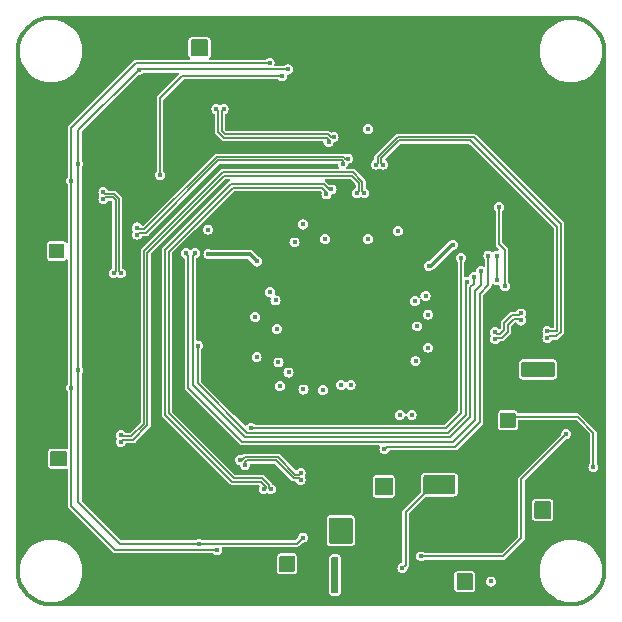
<source format=gbr>
G04 #@! TF.GenerationSoftware,KiCad,Pcbnew,8.0.4*
G04 #@! TF.CreationDate,2024-11-09T11:53:38-08:00*
G04 #@! TF.ProjectId,ASM2806_Breakout,41534d32-3830-4365-9f42-7265616b6f75,rev?*
G04 #@! TF.SameCoordinates,Original*
G04 #@! TF.FileFunction,Copper,L4,Bot*
G04 #@! TF.FilePolarity,Positive*
%FSLAX46Y46*%
G04 Gerber Fmt 4.6, Leading zero omitted, Abs format (unit mm)*
G04 Created by KiCad (PCBNEW 8.0.4) date 2024-11-09 11:53:38*
%MOMM*%
%LPD*%
G01*
G04 APERTURE LIST*
G04 #@! TA.AperFunction,ViaPad*
%ADD10C,0.450000*%
G04 #@! TD*
G04 #@! TA.AperFunction,Conductor*
%ADD11C,0.150000*%
G04 #@! TD*
G04 #@! TA.AperFunction,Conductor*
%ADD12C,0.350000*%
G04 #@! TD*
G04 APERTURE END LIST*
D10*
G04 #@! TO.N,GND*
X170100000Y-118300000D03*
X133900000Y-114900000D03*
X145300000Y-138200000D03*
X143277500Y-135700000D03*
X139677500Y-105900000D03*
X165600000Y-123860000D03*
X160400000Y-109500000D03*
X170100000Y-126900000D03*
X144675000Y-114500000D03*
X132900000Y-114900000D03*
X154300000Y-120650000D03*
X170200000Y-132000000D03*
X156077500Y-113100000D03*
X166500000Y-115100000D03*
X143350000Y-130225000D03*
X168400000Y-123500000D03*
X141577500Y-126400000D03*
X141277500Y-105900000D03*
X133900000Y-116600000D03*
X152800000Y-138700000D03*
X150600000Y-120650000D03*
X150600000Y-125300000D03*
X147477500Y-113100000D03*
X158600000Y-113900000D03*
X153100000Y-120650000D03*
X159000000Y-141500000D03*
X149177500Y-108800000D03*
X151777500Y-109100000D03*
X145537500Y-131300000D03*
X141577500Y-124600000D03*
X159000000Y-142700000D03*
X149877500Y-111500000D03*
X170100000Y-129600000D03*
X141577500Y-121400000D03*
X156900000Y-141500000D03*
X157200000Y-113800000D03*
X160177500Y-118500000D03*
X152917500Y-131300000D03*
X138900000Y-120200000D03*
X149177500Y-131300000D03*
X148000000Y-125300000D03*
X132677500Y-118700000D03*
X150777500Y-107100000D03*
X130877500Y-118700000D03*
X168400000Y-125500000D03*
X132677500Y-119900000D03*
X151900000Y-122200000D03*
X170300000Y-138200000D03*
X154300000Y-119100000D03*
X132700000Y-132500000D03*
X131400000Y-132500000D03*
X155077500Y-110100000D03*
X150600000Y-122200000D03*
X160177500Y-123800000D03*
X151900000Y-120650000D03*
X148000000Y-119100000D03*
X154300000Y-123750000D03*
X150917500Y-131300000D03*
X131100000Y-113500000D03*
X152977500Y-110100000D03*
X131400000Y-134100000D03*
X163777500Y-125700000D03*
X170100000Y-115600000D03*
X154800000Y-141500000D03*
X131100000Y-111900000D03*
X157200000Y-109700000D03*
X161600000Y-110600000D03*
X157700000Y-146900000D03*
X153600000Y-139900000D03*
X147300000Y-137600000D03*
X152300000Y-146900000D03*
X154677500Y-131300000D03*
X163777500Y-123500000D03*
X165600000Y-122150000D03*
X150600000Y-123750000D03*
X151900000Y-119100000D03*
X170300000Y-137400000D03*
X130877500Y-119900000D03*
X141577500Y-120400000D03*
X142077500Y-134300000D03*
X154300000Y-122200000D03*
X160177500Y-120800000D03*
X153200000Y-146900000D03*
X148977500Y-113000000D03*
X142375000Y-129650000D03*
X151917500Y-131300000D03*
X151900000Y-123750000D03*
X153100000Y-122200000D03*
X157700000Y-141500000D03*
X155600000Y-141500000D03*
X169500000Y-130800000D03*
X149300000Y-123750000D03*
X141577500Y-123000000D03*
X160177500Y-121800000D03*
X160177500Y-127200000D03*
X151900000Y-125300000D03*
X143700000Y-138200000D03*
X160177500Y-122800000D03*
X153077500Y-113200000D03*
X149300000Y-120650000D03*
X147300000Y-135400000D03*
X141500000Y-118300000D03*
X148000000Y-120650000D03*
X149300000Y-125300000D03*
X159800000Y-141500000D03*
X148000000Y-123750000D03*
X153077500Y-111900000D03*
X132900000Y-116600000D03*
X152000000Y-142800000D03*
X148000000Y-122200000D03*
X149300000Y-119100000D03*
X160177500Y-115900000D03*
X150600000Y-119100000D03*
X153100000Y-125300000D03*
X153100000Y-119100000D03*
X132700000Y-134100000D03*
X160177500Y-125600000D03*
X170000000Y-138900000D03*
X154300000Y-125300000D03*
X158600000Y-146900000D03*
X153100000Y-123750000D03*
X149300000Y-122200000D03*
X169300000Y-138900000D03*
G04 #@! TO.N,+5V*
X160850000Y-145050000D03*
X145750000Y-144300000D03*
X145750000Y-143550000D03*
X167450000Y-139700000D03*
X126400000Y-134600000D03*
X139150000Y-99800000D03*
X127150000Y-134600000D03*
X166250000Y-127100000D03*
X126250000Y-117800000D03*
X167000000Y-127850000D03*
X127000000Y-117050000D03*
X168200000Y-138950000D03*
X161600000Y-145800000D03*
X138300000Y-100550000D03*
X127000000Y-117800000D03*
X150200000Y-145250000D03*
X150200000Y-143600000D03*
X163400000Y-145400000D03*
X160850000Y-145800000D03*
X167450000Y-138950000D03*
X126400000Y-135350000D03*
X150200000Y-144450000D03*
X138300000Y-99800000D03*
X168200000Y-139700000D03*
X167700000Y-127850000D03*
X168400000Y-127100000D03*
X146500000Y-144300000D03*
X146500000Y-143550000D03*
X168400000Y-127850000D03*
X139150000Y-100550000D03*
X166250000Y-127850000D03*
X150200000Y-146100000D03*
X126250000Y-117050000D03*
X167700000Y-127100000D03*
X127150000Y-135350000D03*
X167000000Y-127100000D03*
X161600000Y-145050000D03*
G04 #@! TO.N,+3V3*
X158157500Y-118680000D03*
X151000000Y-140400000D03*
X150100000Y-141800000D03*
X143600000Y-118300000D03*
X139500000Y-117700000D03*
X139477500Y-115600000D03*
X150100000Y-140400000D03*
X150100000Y-141100000D03*
X153000000Y-107100000D03*
X156700000Y-131300000D03*
X160177500Y-116900000D03*
X155700000Y-131300000D03*
G04 #@! TO.N,+1V05P*
X160150000Y-137700000D03*
X146786250Y-116686250D03*
X155920000Y-144280000D03*
X159400000Y-136750000D03*
X145427500Y-126850000D03*
X158700000Y-137700000D03*
X160150000Y-136750000D03*
X150727500Y-128750000D03*
X158000000Y-137700000D03*
X156977500Y-121676500D03*
X159400000Y-137700000D03*
X147537500Y-129140000D03*
X158700000Y-136750000D03*
X145277500Y-124000000D03*
X157177500Y-123800000D03*
X145177500Y-121600000D03*
X151527500Y-128750000D03*
X157027500Y-126750000D03*
X158000000Y-136750000D03*
X149377500Y-116400000D03*
G04 #@! TO.N,+2V5*
X164550000Y-132150000D03*
X145537500Y-128860000D03*
X149177500Y-129200000D03*
X172087500Y-135712500D03*
X143450000Y-123000000D03*
X164550000Y-131450000D03*
X143577500Y-126400000D03*
X155532666Y-115747998D03*
X165200000Y-131450000D03*
X165200000Y-132150000D03*
X147507500Y-115170000D03*
X158077500Y-122800000D03*
X158077500Y-125600000D03*
G04 #@! TO.N,HOST_PCIe_RX_N*
X165934474Y-123300000D03*
X163777500Y-124900000D03*
G04 #@! TO.N,HOST_PCIe_RX_P*
X163777500Y-124300000D03*
X165934474Y-122700000D03*
G04 #@! TO.N,P1_PCIe_TX_P*
X130599616Y-112433333D03*
X132077500Y-119300000D03*
G04 #@! TO.N,P1_PCIe_TX_N*
X130599616Y-113033333D03*
X131477500Y-119300000D03*
G04 #@! TO.N,P3_PCIe_TX_P*
X147300000Y-136200000D03*
X142165367Y-135087867D03*
G04 #@! TO.N,P3_PCIe_TX_N*
X142589633Y-135512133D03*
X147300000Y-136800000D03*
G04 #@! TO.N,+1V05*
X154750000Y-137800000D03*
X152977500Y-116400000D03*
X154750000Y-136900000D03*
X153950000Y-137800000D03*
X153950000Y-136900000D03*
X157877500Y-121200000D03*
X146277500Y-127700000D03*
X144700000Y-120900000D03*
G04 #@! TO.N,HOST_PCIe_CLK_N*
X168200000Y-124800000D03*
X153677500Y-110100000D03*
G04 #@! TO.N,HOST_PCIe_CLK_P*
X154277500Y-110100000D03*
X168200000Y-124200000D03*
G04 #@! TO.N,HOST_PCIE_PWR_EN*
X169800000Y-132900000D03*
X157500000Y-143273626D03*
G04 #@! TO.N,HOST_PCIE_DET_WAKE*
X163900000Y-117800000D03*
X163900000Y-119900000D03*
G04 #@! TO.N,HOST_PCIe_RST*
X154400000Y-134200000D03*
X163200000Y-117800000D03*
G04 #@! TO.N,P0_PCIe_CLK_N*
X152077500Y-112527746D03*
X132064990Y-133566666D03*
G04 #@! TO.N,P0_PCIe_CLK_P*
X132064990Y-132966666D03*
X152677500Y-112527746D03*
G04 #@! TO.N,DPE_PCIE_PWR_EN*
X144677500Y-101500000D03*
X127877500Y-129000000D03*
X127877500Y-111477500D03*
X140227500Y-142750000D03*
G04 #@! TO.N,P0_PCIe_CLK_REQ*
X161377500Y-120053000D03*
X138604000Y-125422500D03*
G04 #@! TO.N,DPE_PCIe_RST*
X128477500Y-127500000D03*
X138677500Y-142200000D03*
X147477500Y-141677500D03*
X146227500Y-102050000D03*
X133588750Y-102088750D03*
X128477500Y-110022500D03*
G04 #@! TO.N,P1_PCIe_CLK_N*
X150865367Y-110012133D03*
X133450000Y-116033333D03*
G04 #@! TO.N,P1_PCIe_CLK_P*
X151289633Y-109587867D03*
X133450000Y-115433333D03*
G04 #@! TO.N,P1_PCIe_CLK_REQ*
X161977500Y-119600000D03*
X138377500Y-117600000D03*
G04 #@! TO.N,P2_PCIe_CLK_N*
X140177500Y-105400000D03*
X149665367Y-108212133D03*
G04 #@! TO.N,P2_PCIe_CLK_P*
X140777500Y-105400000D03*
X150089633Y-107787867D03*
G04 #@! TO.N,P2_PCIe_CLK_REQ*
X162577500Y-119100000D03*
X145727500Y-102600000D03*
X135400000Y-111000000D03*
X137577500Y-117600000D03*
G04 #@! TO.N,P3_PCIe_CLK_N*
X149483551Y-112626444D03*
X144777500Y-137600000D03*
G04 #@! TO.N,P3_PCIe_CLK_P*
X144177500Y-137600000D03*
X149907817Y-112202178D03*
G04 #@! TO.N,P3_PCIe_CLK_REQ*
X160877500Y-118000000D03*
X143079082Y-132373500D03*
G04 #@! TO.N,Net-(J1-Pin_13)*
X164600000Y-120400000D03*
X164100000Y-113700000D03*
G04 #@! TD*
D11*
G04 #@! TO.N,Net-(J1-Pin_13)*
X164600000Y-117348065D02*
X164600000Y-120400000D01*
X164100000Y-113700000D02*
X164100000Y-116848065D01*
X164100000Y-116848065D02*
X164600000Y-117348065D01*
D12*
G04 #@! TO.N,+3V3*
X143000000Y-117700000D02*
X143600000Y-118300000D01*
X158157500Y-118680000D02*
X158320000Y-118680000D01*
X139500000Y-117700000D02*
X143000000Y-117700000D01*
X158320000Y-118680000D02*
X160100000Y-116900000D01*
X160100000Y-116900000D02*
X160177500Y-116900000D01*
D11*
G04 #@! TO.N,+1V05P*
X156200000Y-144000000D02*
X156200000Y-139500000D01*
X155920000Y-144280000D02*
X156200000Y-144000000D01*
X156200000Y-139500000D02*
X158000000Y-137700000D01*
G04 #@! TO.N,+2V5*
X165200000Y-131450000D02*
X170750000Y-131450000D01*
X172087500Y-132787500D02*
X172087500Y-135712500D01*
X170750000Y-131450000D02*
X172087500Y-132787500D01*
G04 #@! TO.N,HOST_PCIe_RX_N*
X163927499Y-124750001D02*
X163777500Y-124900000D01*
X165784475Y-123150001D02*
X165339633Y-123150001D01*
X164827500Y-124262134D02*
X164339633Y-124750001D01*
X164827500Y-123662134D02*
X164827500Y-124262134D01*
X165339633Y-123150001D02*
X164827500Y-123662134D01*
X164339633Y-124750001D02*
X163927499Y-124750001D01*
X165934474Y-123300000D02*
X165784475Y-123150001D01*
G04 #@! TO.N,HOST_PCIe_RX_P*
X165934474Y-122700000D02*
X165784475Y-122849999D01*
X164215367Y-124449999D02*
X163927499Y-124449999D01*
X165784475Y-122849999D02*
X165215367Y-122849999D01*
X165215367Y-122849999D02*
X164527500Y-123537866D01*
X164527500Y-123537866D02*
X164527500Y-124137866D01*
X164527500Y-124137866D02*
X164215367Y-124449999D01*
X163927499Y-124449999D02*
X163777500Y-124300000D01*
G04 #@! TO.N,P1_PCIe_TX_P*
X131927501Y-119150001D02*
X132077500Y-119300000D01*
X131927500Y-112994512D02*
X131927501Y-119150001D01*
X131516320Y-112583332D02*
X131927500Y-112994512D01*
X130749615Y-112583332D02*
X131516320Y-112583332D01*
X130599616Y-112433333D02*
X130749615Y-112583332D01*
G04 #@! TO.N,P1_PCIe_TX_N*
X130599616Y-113033333D02*
X130749615Y-112883334D01*
X131392054Y-112883334D02*
X131627500Y-113118780D01*
X131627500Y-113118780D02*
X131627499Y-119150001D01*
X131627499Y-119150001D02*
X131477500Y-119300000D01*
X130749615Y-112883334D02*
X131392054Y-112883334D01*
G04 #@! TO.N,P3_PCIe_TX_P*
X146862133Y-136349999D02*
X147150001Y-136349999D01*
X142377500Y-135087867D02*
X142615367Y-134850000D01*
X142615367Y-134850000D02*
X145362134Y-134850000D01*
X145362134Y-134850000D02*
X146862133Y-136349999D01*
X147150001Y-136349999D02*
X147300000Y-136200000D01*
X142165367Y-135087867D02*
X142377500Y-135087867D01*
G04 #@! TO.N,P3_PCIe_TX_N*
X142739633Y-135150000D02*
X145237866Y-135150000D01*
X145237866Y-135150000D02*
X146737867Y-136650001D01*
X147150001Y-136650001D02*
X147300000Y-136800000D01*
X146737867Y-136650001D02*
X147150001Y-136650001D01*
X142589633Y-135300000D02*
X142739633Y-135150000D01*
X142589633Y-135512133D02*
X142589633Y-135300000D01*
G04 #@! TO.N,HOST_PCIe_CLK_N*
X169327500Y-115137866D02*
X161939634Y-107750000D01*
X153827499Y-109437867D02*
X153827499Y-109950001D01*
X153827499Y-109950001D02*
X153677500Y-110100000D01*
X168349999Y-124650001D02*
X168939634Y-124650000D01*
X168939634Y-124650000D02*
X169327500Y-124262134D01*
X161939634Y-107750000D02*
X155515366Y-107750000D01*
X169327500Y-124262134D02*
X169327500Y-115137866D01*
X168200000Y-124800000D02*
X168349999Y-124650001D01*
X155515366Y-107750000D02*
X153827499Y-109437867D01*
G04 #@! TO.N,HOST_PCIe_CLK_P*
X168965366Y-124200000D02*
X169027500Y-124137866D01*
X168200000Y-124200000D02*
X168965366Y-124200000D01*
X169027500Y-115427500D02*
X161650000Y-108050000D01*
X154127501Y-109562133D02*
X154127501Y-109950001D01*
X155639634Y-108050000D02*
X154127501Y-109562133D01*
X154127501Y-109950001D02*
X154277500Y-110100000D01*
X169027500Y-124137866D02*
X169027500Y-115427500D01*
X161650000Y-108050000D02*
X155639634Y-108050000D01*
G04 #@! TO.N,HOST_PCIE_PWR_EN*
X157500000Y-143273626D02*
X164426374Y-143273626D01*
X166000000Y-136700000D02*
X169800000Y-132900000D01*
X166000000Y-141700000D02*
X166000000Y-136700000D01*
X164426374Y-143273626D02*
X166000000Y-141700000D01*
G04 #@! TO.N,HOST_PCIE_DET_WAKE*
X163900000Y-117800000D02*
X163900000Y-119900000D01*
G04 #@! TO.N,HOST_PCIe_RST*
X162477500Y-131900000D02*
X160377500Y-134000000D01*
X160377500Y-134000000D02*
X154600000Y-134000000D01*
X162477500Y-121022500D02*
X162477500Y-131900000D01*
X154600000Y-134000000D02*
X154400000Y-134200000D01*
X163200000Y-117800000D02*
X163200000Y-120300000D01*
X163200000Y-120300000D02*
X162477500Y-121022500D01*
G04 #@! TO.N,P0_PCIe_CLK_N*
X152227499Y-112377747D02*
X152077500Y-112527746D01*
X132214989Y-133416667D02*
X133095468Y-133416666D01*
X140839634Y-111050000D02*
X151615366Y-111050000D01*
X133095468Y-133416666D02*
X134327500Y-132184634D01*
X132064990Y-133566666D02*
X132214989Y-133416667D01*
X152227500Y-111662134D02*
X152227499Y-112377747D01*
X134327500Y-117562134D02*
X140839634Y-111050000D01*
X151615366Y-111050000D02*
X152227500Y-111662134D01*
X134327500Y-132184634D02*
X134327500Y-117562134D01*
G04 #@! TO.N,P0_PCIe_CLK_P*
X151739634Y-110750000D02*
X152527500Y-111537866D01*
X134027500Y-132060366D02*
X134027500Y-117437866D01*
X134027500Y-117437866D02*
X140715366Y-110750000D01*
X152527500Y-111537866D02*
X152527501Y-112377747D01*
X132971200Y-133116666D02*
X134027500Y-132060366D01*
X140715366Y-110750000D02*
X151739634Y-110750000D01*
X132064990Y-132966666D02*
X132214989Y-133116665D01*
X152527501Y-112377747D02*
X152677500Y-112527746D01*
X132214989Y-133116665D02*
X132971200Y-133116666D01*
G04 #@! TO.N,DPE_PCIE_PWR_EN*
X140177500Y-142700000D02*
X140227500Y-142750000D01*
X127877500Y-111477500D02*
X127877500Y-129000000D01*
X131577500Y-142700000D02*
X140177500Y-142700000D01*
X127877500Y-129000000D02*
X127877500Y-139000000D01*
X127877500Y-111477500D02*
X127877500Y-107000000D01*
X133377500Y-101500000D02*
X144677500Y-101500000D01*
X127877500Y-139000000D02*
X131577500Y-142700000D01*
X127877500Y-107000000D02*
X133377500Y-101500000D01*
G04 #@! TO.N,P0_PCIe_CLK_REQ*
X138604000Y-125422500D02*
X138577500Y-125449000D01*
X138577500Y-125449000D02*
X138577500Y-128600000D01*
X161277500Y-120153000D02*
X161377500Y-120053000D01*
X138577500Y-128600000D02*
X142777500Y-132800000D01*
X142777500Y-132800000D02*
X159777500Y-132800000D01*
X161277500Y-131300000D02*
X161277500Y-120153000D01*
X159777500Y-132800000D02*
X161277500Y-131300000D01*
G04 #@! TO.N,DPE_PCIe_RST*
X147477500Y-141677500D02*
X146955000Y-142200000D01*
X133627500Y-102050000D02*
X133588750Y-102088750D01*
X146227500Y-102050000D02*
X133627500Y-102050000D01*
X128477500Y-110022500D02*
X128477500Y-107200000D01*
X128477500Y-138700000D02*
X131977500Y-142200000D01*
X131977500Y-142200000D02*
X138677500Y-142200000D01*
X128477500Y-127500000D02*
X128477500Y-138700000D01*
X128477500Y-127500000D02*
X128477500Y-110022500D01*
X146955000Y-142200000D02*
X138677500Y-142200000D01*
X128477500Y-107200000D02*
X133588750Y-102088750D01*
G04 #@! TO.N,P1_PCIe_CLK_N*
X133599999Y-115883334D02*
X134206300Y-115883334D01*
X133450000Y-116033333D02*
X133599999Y-115883334D01*
X150865367Y-109800000D02*
X150865367Y-110012133D01*
X140339634Y-109750000D02*
X150815367Y-109750000D01*
X134206300Y-115883334D02*
X140339634Y-109750000D01*
X150815367Y-109750000D02*
X150865367Y-109800000D01*
G04 #@! TO.N,P1_PCIe_CLK_P*
X133599999Y-115583332D02*
X134082034Y-115583332D01*
X151077500Y-109587867D02*
X151289633Y-109587867D01*
X140215366Y-109450000D02*
X150939633Y-109450000D01*
X134082034Y-115583332D02*
X140215366Y-109450000D01*
X150939633Y-109450000D02*
X151077500Y-109587867D01*
X133450000Y-115433333D02*
X133599999Y-115583332D01*
G04 #@! TO.N,P1_PCIe_CLK_REQ*
X161977500Y-120200000D02*
X161677500Y-120500000D01*
X161677500Y-120500000D02*
X161677500Y-131500000D01*
X161977500Y-119600000D02*
X161977500Y-120200000D01*
X159977500Y-133200000D02*
X142577500Y-133200000D01*
X161677500Y-131500000D02*
X159977500Y-133200000D01*
X138177500Y-128800000D02*
X138177500Y-117800000D01*
X142577500Y-133200000D02*
X138177500Y-128800000D01*
X138177500Y-117800000D02*
X138377500Y-117600000D01*
G04 #@! TO.N,P2_PCIe_CLK_N*
X149665367Y-108000000D02*
X149665367Y-108212133D01*
X140327499Y-107362133D02*
X140815366Y-107850000D01*
X140327499Y-105549999D02*
X140327499Y-107362133D01*
X149515367Y-107850000D02*
X149665367Y-108000000D01*
X140815366Y-107850000D02*
X149515367Y-107850000D01*
X140177500Y-105400000D02*
X140327499Y-105549999D01*
G04 #@! TO.N,P2_PCIe_CLK_P*
X149877500Y-107787867D02*
X150089633Y-107787867D01*
X140627501Y-105549999D02*
X140627501Y-107237867D01*
X149639633Y-107550000D02*
X149877500Y-107787867D01*
X140627501Y-107237867D02*
X140939634Y-107550000D01*
X140939634Y-107550000D02*
X149639633Y-107550000D01*
X140777500Y-105400000D02*
X140627501Y-105549999D01*
G04 #@! TO.N,P2_PCIe_CLK_REQ*
X137777500Y-129000000D02*
X137777500Y-117800000D01*
X137777500Y-117800000D02*
X137577500Y-117600000D01*
X162577500Y-119100000D02*
X162577500Y-120300000D01*
X135400000Y-104477500D02*
X137277500Y-102600000D01*
X137277500Y-102600000D02*
X145727500Y-102600000D01*
X135400000Y-111000000D02*
X135400000Y-104477500D01*
X162077500Y-131700000D02*
X160177500Y-133600000D01*
X160177500Y-133600000D02*
X142377500Y-133600000D01*
X162077500Y-120800000D02*
X162077500Y-131700000D01*
X142377500Y-133600000D02*
X137777500Y-129000000D01*
X162577500Y-120300000D02*
X162077500Y-120800000D01*
G04 #@! TO.N,P3_PCIe_CLK_N*
X149483551Y-112626444D02*
X149483551Y-112414311D01*
X144042178Y-136650000D02*
X144627501Y-137235323D01*
X149119240Y-112050000D02*
X141539634Y-112050000D01*
X141639634Y-136650000D02*
X144042178Y-136650000D01*
X144627501Y-137235323D02*
X144627501Y-137450001D01*
X136127500Y-117462134D02*
X136127500Y-131137866D01*
X136127500Y-131137866D02*
X141639634Y-136650000D01*
X141539634Y-112050000D02*
X136127500Y-117462134D01*
X144627501Y-137450001D02*
X144777500Y-137600000D01*
X149483551Y-112414311D02*
X149119240Y-112050000D01*
G04 #@! TO.N,P3_PCIe_CLK_P*
X141515366Y-136950000D02*
X143917910Y-136950000D01*
X149695684Y-112202178D02*
X149243506Y-111750000D01*
X143917910Y-136950000D02*
X144327499Y-137359589D01*
X144327499Y-137450001D02*
X144177500Y-137600000D01*
X149243506Y-111750000D02*
X141415366Y-111750000D01*
X149907817Y-112202178D02*
X149695684Y-112202178D01*
X144327499Y-137359589D02*
X144327499Y-137450001D01*
X135827500Y-131262134D02*
X141515366Y-136950000D01*
X141415366Y-111750000D02*
X135827500Y-117337866D01*
X135827500Y-117337866D02*
X135827500Y-131262134D01*
G04 #@! TO.N,P3_PCIe_CLK_REQ*
X160877500Y-118000000D02*
X160877500Y-131100000D01*
X143105582Y-132400000D02*
X143079082Y-132373500D01*
X160877500Y-131100000D02*
X159577500Y-132400000D01*
X159577500Y-132400000D02*
X143105582Y-132400000D01*
G04 #@! TD*
G04 #@! TA.AperFunction,Conductor*
G04 #@! TO.N,GND*
G36*
X170178212Y-97500010D02*
G01*
X170182411Y-97500068D01*
X170340986Y-97502291D01*
X170350655Y-97502902D01*
X170674901Y-97539435D01*
X170685830Y-97541293D01*
X171003254Y-97613742D01*
X171013900Y-97616810D01*
X171321210Y-97724342D01*
X171331458Y-97728587D01*
X171624792Y-97869849D01*
X171634500Y-97875214D01*
X171852436Y-98012153D01*
X171910179Y-98048435D01*
X171919233Y-98054860D01*
X172173760Y-98257838D01*
X172182039Y-98265235D01*
X172412264Y-98495460D01*
X172419661Y-98503739D01*
X172622639Y-98758266D01*
X172629064Y-98767320D01*
X172802282Y-99042994D01*
X172807652Y-99052711D01*
X172948910Y-99346037D01*
X172953158Y-99356293D01*
X173060685Y-99663586D01*
X173063759Y-99674255D01*
X173136205Y-99991663D01*
X173138065Y-100002608D01*
X173174596Y-100326830D01*
X173175208Y-100336526D01*
X173177490Y-100499286D01*
X173177500Y-100500674D01*
X173177500Y-144499325D01*
X173177490Y-144500713D01*
X173175208Y-144663473D01*
X173174596Y-144673169D01*
X173138065Y-144997391D01*
X173136205Y-145008336D01*
X173063759Y-145325744D01*
X173060685Y-145336413D01*
X172953158Y-145643706D01*
X172948910Y-145653962D01*
X172807652Y-145947288D01*
X172802282Y-145957005D01*
X172629064Y-146232679D01*
X172622639Y-146241733D01*
X172419661Y-146496260D01*
X172412264Y-146504539D01*
X172182039Y-146734764D01*
X172173760Y-146742161D01*
X171919233Y-146945139D01*
X171910179Y-146951564D01*
X171634505Y-147124782D01*
X171624788Y-147130152D01*
X171331462Y-147271410D01*
X171321206Y-147275658D01*
X171013913Y-147383185D01*
X171003244Y-147386259D01*
X170685836Y-147458705D01*
X170674891Y-147460565D01*
X170350669Y-147497096D01*
X170340973Y-147497708D01*
X170178213Y-147499990D01*
X170176825Y-147500000D01*
X126178175Y-147500000D01*
X126176787Y-147499990D01*
X126014026Y-147497708D01*
X126004330Y-147497096D01*
X125680108Y-147460565D01*
X125669163Y-147458705D01*
X125351755Y-147386259D01*
X125341086Y-147383185D01*
X125033793Y-147275658D01*
X125023537Y-147271410D01*
X124730211Y-147130152D01*
X124720494Y-147124782D01*
X124444820Y-146951564D01*
X124435766Y-146945139D01*
X124181239Y-146742161D01*
X124172960Y-146734764D01*
X123942735Y-146504539D01*
X123935338Y-146496260D01*
X123732360Y-146241733D01*
X123725935Y-146232679D01*
X123602469Y-146036185D01*
X123552714Y-145957000D01*
X123547347Y-145947288D01*
X123491251Y-145830804D01*
X123406087Y-145653958D01*
X123401841Y-145643706D01*
X123294310Y-145336400D01*
X123291242Y-145325754D01*
X123218793Y-145008330D01*
X123216935Y-144997401D01*
X123180402Y-144673155D01*
X123179791Y-144663486D01*
X123177510Y-144500712D01*
X123177500Y-144499325D01*
X123177500Y-144351134D01*
X123527000Y-144351134D01*
X123527000Y-144648865D01*
X123560331Y-144944671D01*
X123560332Y-144944677D01*
X123626576Y-145234912D01*
X123724898Y-145515899D01*
X123724899Y-145515902D01*
X123854057Y-145784102D01*
X123854061Y-145784109D01*
X123854065Y-145784117D01*
X124012450Y-146036185D01*
X124198062Y-146268934D01*
X124408566Y-146479438D01*
X124641315Y-146665050D01*
X124893383Y-146823435D01*
X124893394Y-146823440D01*
X124893397Y-146823442D01*
X125128072Y-146936455D01*
X125161599Y-146952601D01*
X125292770Y-146998499D01*
X125442587Y-147050923D01*
X125442590Y-147050923D01*
X125442591Y-147050924D01*
X125732825Y-147117168D01*
X125812596Y-147126156D01*
X126028634Y-147150499D01*
X126028650Y-147150499D01*
X126028651Y-147150500D01*
X126028652Y-147150500D01*
X126326348Y-147150500D01*
X126326349Y-147150500D01*
X126326350Y-147150499D01*
X126326365Y-147150499D01*
X126515812Y-147129152D01*
X126622175Y-147117168D01*
X126912409Y-147050924D01*
X127193401Y-146952601D01*
X127461617Y-146823435D01*
X127713685Y-146665050D01*
X127946434Y-146479438D01*
X128156938Y-146268934D01*
X128342550Y-146036185D01*
X128500935Y-145784117D01*
X128630101Y-145515901D01*
X128728424Y-145234909D01*
X128794668Y-144944675D01*
X128808040Y-144825995D01*
X128827999Y-144648865D01*
X128828000Y-144648848D01*
X128828000Y-144351151D01*
X128827999Y-144351134D01*
X128794668Y-144055328D01*
X128794667Y-144055322D01*
X128788152Y-144026780D01*
X128728424Y-143765091D01*
X128728017Y-143763929D01*
X128645059Y-143526846D01*
X128630101Y-143484099D01*
X128555877Y-143329971D01*
X128553962Y-143325995D01*
X145294500Y-143325995D01*
X145294500Y-143326000D01*
X145294500Y-144474000D01*
X145299196Y-144517681D01*
X145310582Y-144570023D01*
X145312475Y-144577771D01*
X145313070Y-144580204D01*
X145356078Y-144660914D01*
X145356081Y-144660918D01*
X145402569Y-144714569D01*
X145417666Y-144729977D01*
X145420165Y-144732527D01*
X145499983Y-144777174D01*
X145568104Y-144797176D01*
X145587402Y-144799950D01*
X145625996Y-144805500D01*
X145626000Y-144805500D01*
X146673995Y-144805500D01*
X146674000Y-144805500D01*
X146717681Y-144800804D01*
X146770023Y-144789418D01*
X146780203Y-144786930D01*
X146860916Y-144743921D01*
X146914572Y-144697428D01*
X146932527Y-144679835D01*
X146977174Y-144600017D01*
X146997176Y-144531896D01*
X147001659Y-144500713D01*
X147005500Y-144474004D01*
X147005500Y-143425995D01*
X149694500Y-143425995D01*
X149694500Y-143426000D01*
X149694500Y-146274000D01*
X149699196Y-146317681D01*
X149710582Y-146370023D01*
X149712475Y-146377771D01*
X149713070Y-146380204D01*
X149756078Y-146460914D01*
X149756081Y-146460918D01*
X149786704Y-146496260D01*
X149802572Y-146514572D01*
X149820165Y-146532527D01*
X149899983Y-146577174D01*
X149968104Y-146597176D01*
X149987402Y-146599950D01*
X150025996Y-146605500D01*
X150026000Y-146605500D01*
X150373995Y-146605500D01*
X150374000Y-146605500D01*
X150417681Y-146600804D01*
X150470023Y-146589418D01*
X150480203Y-146586930D01*
X150560916Y-146543921D01*
X150614572Y-146497428D01*
X150632527Y-146479835D01*
X150677174Y-146400017D01*
X150697176Y-146331896D01*
X150701646Y-146300804D01*
X150705500Y-146274004D01*
X150705500Y-144825995D01*
X160294500Y-144825995D01*
X160294500Y-144826000D01*
X160294500Y-145974000D01*
X160299196Y-146017681D01*
X160310582Y-146070023D01*
X160312475Y-146077771D01*
X160313070Y-146080204D01*
X160323628Y-146100017D01*
X160356079Y-146160916D01*
X160402572Y-146214572D01*
X160420165Y-146232527D01*
X160499983Y-146277174D01*
X160568104Y-146297176D01*
X160587402Y-146299950D01*
X160625996Y-146305500D01*
X160626000Y-146305500D01*
X161773995Y-146305500D01*
X161774000Y-146305500D01*
X161817681Y-146300804D01*
X161870023Y-146289418D01*
X161880203Y-146286930D01*
X161960916Y-146243921D01*
X162014572Y-146197428D01*
X162032527Y-146179835D01*
X162077174Y-146100017D01*
X162097176Y-146031896D01*
X162100743Y-146007083D01*
X162105500Y-145974004D01*
X162105500Y-145399999D01*
X162969196Y-145399999D01*
X162969196Y-145400000D01*
X162990281Y-145533127D01*
X162990282Y-145533129D01*
X163046624Y-145643706D01*
X163051472Y-145653220D01*
X163146780Y-145748528D01*
X163266874Y-145809719D01*
X163400000Y-145830804D01*
X163533126Y-145809719D01*
X163653220Y-145748528D01*
X163748528Y-145653220D01*
X163809719Y-145533126D01*
X163830804Y-145400000D01*
X163809719Y-145266874D01*
X163748528Y-145146780D01*
X163653220Y-145051472D01*
X163653217Y-145051470D01*
X163533129Y-144990282D01*
X163533127Y-144990281D01*
X163400000Y-144969196D01*
X163266872Y-144990281D01*
X163266870Y-144990282D01*
X163146782Y-145051470D01*
X163051470Y-145146782D01*
X162990282Y-145266870D01*
X162990281Y-145266872D01*
X162969196Y-145399999D01*
X162105500Y-145399999D01*
X162105500Y-144826004D01*
X162105499Y-144825995D01*
X162100804Y-144782319D01*
X162089418Y-144729977D01*
X162086930Y-144719797D01*
X162043921Y-144639084D01*
X161997428Y-144585428D01*
X161982338Y-144570028D01*
X161979836Y-144567474D01*
X161979835Y-144567473D01*
X161900017Y-144522826D01*
X161866791Y-144513070D01*
X161831893Y-144502823D01*
X161774004Y-144494500D01*
X161774000Y-144494500D01*
X160626000Y-144494500D01*
X160589599Y-144498413D01*
X160582318Y-144499196D01*
X160575345Y-144500713D01*
X160529977Y-144510582D01*
X160524660Y-144511881D01*
X160519795Y-144513070D01*
X160439085Y-144556078D01*
X160439081Y-144556081D01*
X160385430Y-144602569D01*
X160367474Y-144620163D01*
X160322826Y-144699982D01*
X160302823Y-144768106D01*
X160294500Y-144825995D01*
X150705500Y-144825995D01*
X150705500Y-144279999D01*
X155489196Y-144279999D01*
X155489196Y-144280000D01*
X155510281Y-144413127D01*
X155510282Y-144413129D01*
X155570797Y-144531896D01*
X155571472Y-144533220D01*
X155666780Y-144628528D01*
X155666782Y-144628529D01*
X155767477Y-144679836D01*
X155786874Y-144689719D01*
X155920000Y-144710804D01*
X156053126Y-144689719D01*
X156173220Y-144628528D01*
X156268528Y-144533220D01*
X156329719Y-144413126D01*
X156339538Y-144351134D01*
X167527000Y-144351134D01*
X167527000Y-144648865D01*
X167560331Y-144944671D01*
X167560332Y-144944677D01*
X167626576Y-145234912D01*
X167724898Y-145515899D01*
X167724899Y-145515902D01*
X167854057Y-145784102D01*
X167854061Y-145784109D01*
X167854065Y-145784117D01*
X168012450Y-146036185D01*
X168198062Y-146268934D01*
X168408566Y-146479438D01*
X168641315Y-146665050D01*
X168893383Y-146823435D01*
X168893394Y-146823440D01*
X168893397Y-146823442D01*
X169128072Y-146936455D01*
X169161599Y-146952601D01*
X169292770Y-146998499D01*
X169442587Y-147050923D01*
X169442590Y-147050923D01*
X169442591Y-147050924D01*
X169732825Y-147117168D01*
X169812596Y-147126156D01*
X170028634Y-147150499D01*
X170028650Y-147150499D01*
X170028651Y-147150500D01*
X170028652Y-147150500D01*
X170326348Y-147150500D01*
X170326349Y-147150500D01*
X170326350Y-147150499D01*
X170326365Y-147150499D01*
X170515812Y-147129152D01*
X170622175Y-147117168D01*
X170912409Y-147050924D01*
X171193401Y-146952601D01*
X171461617Y-146823435D01*
X171713685Y-146665050D01*
X171946434Y-146479438D01*
X172156938Y-146268934D01*
X172342550Y-146036185D01*
X172500935Y-145784117D01*
X172630101Y-145515901D01*
X172728424Y-145234909D01*
X172794668Y-144944675D01*
X172808040Y-144825995D01*
X172827999Y-144648865D01*
X172828000Y-144648848D01*
X172828000Y-144351151D01*
X172827999Y-144351134D01*
X172794668Y-144055328D01*
X172794667Y-144055322D01*
X172788152Y-144026780D01*
X172728424Y-143765091D01*
X172728017Y-143763929D01*
X172645059Y-143526846D01*
X172630101Y-143484099D01*
X172555877Y-143329971D01*
X172500942Y-143215897D01*
X172500940Y-143215894D01*
X172500935Y-143215883D01*
X172342550Y-142963815D01*
X172156938Y-142731066D01*
X171946434Y-142520562D01*
X171713685Y-142334950D01*
X171461617Y-142176565D01*
X171461609Y-142176561D01*
X171461602Y-142176557D01*
X171193402Y-142047399D01*
X171193399Y-142047398D01*
X170912412Y-141949076D01*
X170622177Y-141882832D01*
X170622171Y-141882831D01*
X170326365Y-141849500D01*
X170326349Y-141849500D01*
X170028651Y-141849500D01*
X170028634Y-141849500D01*
X169732828Y-141882831D01*
X169732822Y-141882832D01*
X169442587Y-141949076D01*
X169161600Y-142047398D01*
X169161597Y-142047399D01*
X168893397Y-142176557D01*
X168893384Y-142176564D01*
X168893383Y-142176565D01*
X168820276Y-142222500D01*
X168641314Y-142334950D01*
X168408562Y-142520565D01*
X168198065Y-142731062D01*
X168012450Y-142963814D01*
X167936035Y-143085428D01*
X167884483Y-143167474D01*
X167854064Y-143215885D01*
X167854057Y-143215897D01*
X167724899Y-143484097D01*
X167724898Y-143484100D01*
X167626576Y-143765087D01*
X167560332Y-144055322D01*
X167560331Y-144055328D01*
X167527000Y-144351134D01*
X156339538Y-144351134D01*
X156350804Y-144280000D01*
X156350804Y-144279999D01*
X156350804Y-144279818D01*
X156350860Y-144279644D01*
X156352023Y-144272304D01*
X156353185Y-144272488D01*
X156369711Y-144221627D01*
X156379801Y-144209814D01*
X156433558Y-144156058D01*
X156437364Y-144146870D01*
X156475500Y-144054801D01*
X156475500Y-143273625D01*
X157069196Y-143273625D01*
X157069196Y-143273626D01*
X157090281Y-143406753D01*
X157090282Y-143406755D01*
X157141453Y-143507183D01*
X157151472Y-143526846D01*
X157246780Y-143622154D01*
X157366874Y-143683345D01*
X157500000Y-143704430D01*
X157633126Y-143683345D01*
X157753220Y-143622154D01*
X157775237Y-143600137D01*
X157797253Y-143578122D01*
X157851770Y-143550345D01*
X157867256Y-143549126D01*
X164481173Y-143549126D01*
X164481174Y-143549126D01*
X164582432Y-143507183D01*
X164659931Y-143429684D01*
X164659930Y-143429684D01*
X166233557Y-141856059D01*
X166262095Y-141787161D01*
X166275500Y-141754800D01*
X166275500Y-138725995D01*
X166894500Y-138725995D01*
X166894500Y-138726000D01*
X166894500Y-139974000D01*
X166899196Y-140017681D01*
X166910582Y-140070023D01*
X166912475Y-140077771D01*
X166913070Y-140080204D01*
X166951355Y-140152051D01*
X166956079Y-140160916D01*
X167002572Y-140214572D01*
X167020165Y-140232527D01*
X167099983Y-140277174D01*
X167168104Y-140297176D01*
X167187402Y-140299950D01*
X167225996Y-140305500D01*
X167226000Y-140305500D01*
X168373995Y-140305500D01*
X168374000Y-140305500D01*
X168417681Y-140300804D01*
X168470023Y-140289418D01*
X168480203Y-140286930D01*
X168560916Y-140243921D01*
X168614572Y-140197428D01*
X168632527Y-140179835D01*
X168677174Y-140100017D01*
X168697176Y-140031896D01*
X168701764Y-139999983D01*
X168705500Y-139974004D01*
X168705500Y-138726004D01*
X168705499Y-138725995D01*
X168700804Y-138682319D01*
X168689418Y-138629977D01*
X168686930Y-138619797D01*
X168643921Y-138539084D01*
X168597428Y-138485428D01*
X168579835Y-138467473D01*
X168500017Y-138422826D01*
X168466791Y-138413070D01*
X168431893Y-138402823D01*
X168374004Y-138394500D01*
X168374000Y-138394500D01*
X167226000Y-138394500D01*
X167189599Y-138398413D01*
X167182318Y-138399196D01*
X167169836Y-138401911D01*
X167129977Y-138410582D01*
X167124660Y-138411881D01*
X167119795Y-138413070D01*
X167039085Y-138456078D01*
X167039081Y-138456081D01*
X166985430Y-138502569D01*
X166967474Y-138520163D01*
X166922826Y-138599982D01*
X166902823Y-138668106D01*
X166894500Y-138725995D01*
X166275500Y-138725995D01*
X166275500Y-136855123D01*
X166294407Y-136796932D01*
X166304496Y-136785119D01*
X169729815Y-133359800D01*
X169784332Y-133332023D01*
X169799819Y-133330804D01*
X169800000Y-133330804D01*
X169933126Y-133309719D01*
X170053220Y-133248528D01*
X170148528Y-133153220D01*
X170209719Y-133033126D01*
X170230804Y-132900000D01*
X170209719Y-132766874D01*
X170148528Y-132646780D01*
X170053220Y-132551472D01*
X170053217Y-132551470D01*
X169933129Y-132490282D01*
X169933127Y-132490281D01*
X169800000Y-132469196D01*
X169666872Y-132490281D01*
X169666870Y-132490282D01*
X169546782Y-132551470D01*
X169451470Y-132646782D01*
X169390282Y-132766870D01*
X169390281Y-132766872D01*
X169369196Y-132899998D01*
X169369196Y-132900179D01*
X169369140Y-132900350D01*
X169367977Y-132907695D01*
X169366813Y-132907510D01*
X169350289Y-132958370D01*
X169340200Y-132970183D01*
X165843942Y-136466443D01*
X165843941Y-136466442D01*
X165766446Y-136543938D01*
X165766444Y-136543940D01*
X165766443Y-136543942D01*
X165730808Y-136629971D01*
X165724500Y-136645200D01*
X165724500Y-141544876D01*
X165705593Y-141603067D01*
X165695504Y-141614880D01*
X164341255Y-142969130D01*
X164286738Y-142996907D01*
X164271251Y-142998126D01*
X157867256Y-142998126D01*
X157809065Y-142979219D01*
X157797253Y-142969130D01*
X157753221Y-142925099D01*
X157753217Y-142925096D01*
X157633129Y-142863908D01*
X157633127Y-142863907D01*
X157500000Y-142842822D01*
X157366872Y-142863907D01*
X157366870Y-142863908D01*
X157246782Y-142925096D01*
X157151470Y-143020408D01*
X157090282Y-143140496D01*
X157090281Y-143140498D01*
X157069196Y-143273625D01*
X156475500Y-143273625D01*
X156475500Y-139655123D01*
X156494407Y-139596932D01*
X156504496Y-139585119D01*
X157855120Y-138234496D01*
X157909637Y-138206719D01*
X157925124Y-138205500D01*
X160273995Y-138205500D01*
X160274000Y-138205500D01*
X160317681Y-138200804D01*
X160370023Y-138189418D01*
X160380203Y-138186930D01*
X160460916Y-138143921D01*
X160514572Y-138097428D01*
X160532527Y-138079835D01*
X160577174Y-138000017D01*
X160597176Y-137931896D01*
X160601511Y-137901748D01*
X160605500Y-137874004D01*
X160605500Y-136526004D01*
X160605499Y-136525995D01*
X160600804Y-136482319D01*
X160589418Y-136429977D01*
X160586930Y-136419797D01*
X160543921Y-136339084D01*
X160497428Y-136285428D01*
X160479835Y-136267473D01*
X160400017Y-136222826D01*
X160366791Y-136213070D01*
X160331893Y-136202823D01*
X160274004Y-136194500D01*
X160274000Y-136194500D01*
X157826000Y-136194500D01*
X157789599Y-136198413D01*
X157782318Y-136199196D01*
X157769836Y-136201911D01*
X157729977Y-136210582D01*
X157724660Y-136211881D01*
X157719795Y-136213070D01*
X157639085Y-136256078D01*
X157639081Y-136256081D01*
X157585430Y-136302569D01*
X157567474Y-136320163D01*
X157522826Y-136399982D01*
X157502823Y-136468106D01*
X157494500Y-136525995D01*
X157494500Y-137774876D01*
X157475593Y-137833067D01*
X157465504Y-137844880D01*
X156043942Y-139266443D01*
X156043941Y-139266442D01*
X155966446Y-139343938D01*
X155966444Y-139343940D01*
X155966443Y-139343942D01*
X155966443Y-139343943D01*
X155924500Y-139445200D01*
X155924500Y-143763929D01*
X155905593Y-143822120D01*
X155856093Y-143858084D01*
X155840988Y-143861710D01*
X155786872Y-143870281D01*
X155786870Y-143870282D01*
X155666782Y-143931470D01*
X155571470Y-144026782D01*
X155510282Y-144146870D01*
X155510281Y-144146872D01*
X155489196Y-144279999D01*
X150705500Y-144279999D01*
X150705500Y-143426004D01*
X150705499Y-143425995D01*
X150700804Y-143382319D01*
X150689418Y-143329977D01*
X150686930Y-143319797D01*
X150643921Y-143239084D01*
X150597428Y-143185428D01*
X150579835Y-143167473D01*
X150500017Y-143122826D01*
X150466791Y-143113070D01*
X150431893Y-143102823D01*
X150374004Y-143094500D01*
X150374000Y-143094500D01*
X150026000Y-143094500D01*
X149989599Y-143098413D01*
X149982318Y-143099196D01*
X149969836Y-143101911D01*
X149929977Y-143110582D01*
X149924660Y-143111881D01*
X149919795Y-143113070D01*
X149839085Y-143156078D01*
X149839081Y-143156081D01*
X149785430Y-143202569D01*
X149767474Y-143220163D01*
X149722826Y-143299982D01*
X149702823Y-143368106D01*
X149694500Y-143425995D01*
X147005500Y-143425995D01*
X147005500Y-143326004D01*
X147004833Y-143319797D01*
X147000804Y-143282319D01*
X146989418Y-143229977D01*
X146986930Y-143219797D01*
X146943921Y-143139084D01*
X146897428Y-143085428D01*
X146879835Y-143067473D01*
X146800017Y-143022826D01*
X146766791Y-143013070D01*
X146731893Y-143002823D01*
X146674004Y-142994500D01*
X146674000Y-142994500D01*
X145626000Y-142994500D01*
X145592272Y-142998126D01*
X145582318Y-142999196D01*
X145569836Y-143001911D01*
X145529977Y-143010582D01*
X145524660Y-143011881D01*
X145519795Y-143013070D01*
X145439085Y-143056078D01*
X145439081Y-143056081D01*
X145385430Y-143102569D01*
X145367474Y-143120163D01*
X145322826Y-143199982D01*
X145302823Y-143268106D01*
X145294500Y-143325995D01*
X128553962Y-143325995D01*
X128500942Y-143215897D01*
X128500940Y-143215894D01*
X128500935Y-143215883D01*
X128342550Y-142963815D01*
X128156938Y-142731066D01*
X127946434Y-142520562D01*
X127713685Y-142334950D01*
X127461617Y-142176565D01*
X127461609Y-142176561D01*
X127461602Y-142176557D01*
X127193402Y-142047399D01*
X127193399Y-142047398D01*
X126912412Y-141949076D01*
X126622177Y-141882832D01*
X126622171Y-141882831D01*
X126326365Y-141849500D01*
X126326349Y-141849500D01*
X126028651Y-141849500D01*
X126028634Y-141849500D01*
X125732828Y-141882831D01*
X125732822Y-141882832D01*
X125442587Y-141949076D01*
X125161600Y-142047398D01*
X125161597Y-142047399D01*
X124893397Y-142176557D01*
X124893384Y-142176564D01*
X124893383Y-142176565D01*
X124820276Y-142222500D01*
X124641314Y-142334950D01*
X124408562Y-142520565D01*
X124198065Y-142731062D01*
X124012450Y-142963814D01*
X123936035Y-143085428D01*
X123884483Y-143167474D01*
X123854064Y-143215885D01*
X123854057Y-143215897D01*
X123724899Y-143484097D01*
X123724898Y-143484100D01*
X123626576Y-143765087D01*
X123560332Y-144055322D01*
X123560331Y-144055328D01*
X123527000Y-144351134D01*
X123177500Y-144351134D01*
X123177500Y-116925995D01*
X125794500Y-116925995D01*
X125794500Y-116926000D01*
X125794500Y-117924000D01*
X125799196Y-117967681D01*
X125810582Y-118020023D01*
X125812475Y-118027771D01*
X125813070Y-118030204D01*
X125822835Y-118048529D01*
X125856079Y-118110916D01*
X125872472Y-118129835D01*
X125894571Y-118155339D01*
X125902572Y-118164572D01*
X125920165Y-118182527D01*
X125999983Y-118227174D01*
X126068104Y-118247176D01*
X126082154Y-118249196D01*
X126125996Y-118255500D01*
X126126000Y-118255500D01*
X127173995Y-118255500D01*
X127174000Y-118255500D01*
X127217681Y-118250804D01*
X127270023Y-118239418D01*
X127280203Y-118236930D01*
X127360916Y-118193921D01*
X127414572Y-118147428D01*
X127432527Y-118129835D01*
X127432528Y-118129832D01*
X127433712Y-118128673D01*
X127488508Y-118101451D01*
X127548839Y-118111637D01*
X127591662Y-118155339D01*
X127602000Y-118199385D01*
X127602000Y-128632744D01*
X127583093Y-128690935D01*
X127573004Y-128702747D01*
X127528973Y-128746778D01*
X127528970Y-128746782D01*
X127467782Y-128866870D01*
X127467781Y-128866872D01*
X127446696Y-128999999D01*
X127446696Y-129000000D01*
X127467781Y-129133127D01*
X127467782Y-129133129D01*
X127528970Y-129253217D01*
X127528972Y-129253220D01*
X127573005Y-129297253D01*
X127600781Y-129351768D01*
X127602000Y-129367255D01*
X127602000Y-134070522D01*
X127583093Y-134128713D01*
X127533593Y-134164677D01*
X127475109Y-134165512D01*
X127431897Y-134152824D01*
X127431893Y-134152823D01*
X127374004Y-134144500D01*
X127374000Y-134144500D01*
X126226000Y-134144500D01*
X126189599Y-134148413D01*
X126182318Y-134149196D01*
X126169836Y-134151911D01*
X126129977Y-134160582D01*
X126124660Y-134161881D01*
X126119795Y-134163070D01*
X126039085Y-134206078D01*
X126039081Y-134206081D01*
X125985430Y-134252569D01*
X125967474Y-134270163D01*
X125922826Y-134349982D01*
X125902823Y-134418106D01*
X125894500Y-134475995D01*
X125894500Y-134476000D01*
X125894500Y-135524000D01*
X125899196Y-135567681D01*
X125910582Y-135620023D01*
X125912475Y-135627771D01*
X125913070Y-135630204D01*
X125921093Y-135645260D01*
X125956079Y-135710916D01*
X126002572Y-135764572D01*
X126020165Y-135782527D01*
X126099983Y-135827174D01*
X126168104Y-135847176D01*
X126187402Y-135849950D01*
X126225996Y-135855500D01*
X126226000Y-135855500D01*
X127373995Y-135855500D01*
X127374000Y-135855500D01*
X127417681Y-135850804D01*
X127470023Y-135839418D01*
X127479498Y-135837102D01*
X127540513Y-135841654D01*
X127587200Y-135881201D01*
X127602000Y-135933272D01*
X127602000Y-139054800D01*
X127643943Y-139156058D01*
X131421441Y-142933557D01*
X131451095Y-142945839D01*
X131451097Y-142945841D01*
X131451098Y-142945841D01*
X131486899Y-142960670D01*
X131522700Y-142975500D01*
X139810245Y-142975500D01*
X139868436Y-142994407D01*
X139880242Y-143004490D01*
X139974280Y-143098528D01*
X139974282Y-143098529D01*
X140053877Y-143139085D01*
X140094374Y-143159719D01*
X140227500Y-143180804D01*
X140360626Y-143159719D01*
X140480720Y-143098528D01*
X140576028Y-143003220D01*
X140637219Y-142883126D01*
X140658304Y-142750000D01*
X140637219Y-142616874D01*
X140637218Y-142616872D01*
X140634811Y-142609462D01*
X140636842Y-142608801D01*
X140628958Y-142559011D01*
X140656737Y-142504495D01*
X140711254Y-142476718D01*
X140726739Y-142475500D01*
X147009799Y-142475500D01*
X147009800Y-142475500D01*
X147111058Y-142433557D01*
X147188557Y-142356058D01*
X147188556Y-142356058D01*
X147407315Y-142137300D01*
X147461832Y-142109523D01*
X147477318Y-142108304D01*
X147477500Y-142108304D01*
X147610626Y-142087219D01*
X147730720Y-142026028D01*
X147826028Y-141930720D01*
X147887219Y-141810626D01*
X147908304Y-141677500D01*
X147887219Y-141544374D01*
X147826028Y-141424280D01*
X147730720Y-141328972D01*
X147730717Y-141328970D01*
X147610629Y-141267782D01*
X147610627Y-141267781D01*
X147477500Y-141246696D01*
X147344372Y-141267781D01*
X147344370Y-141267782D01*
X147224282Y-141328970D01*
X147128970Y-141424282D01*
X147067782Y-141544370D01*
X147067781Y-141544372D01*
X147046696Y-141677498D01*
X147046696Y-141677680D01*
X147046639Y-141677852D01*
X147045477Y-141685195D01*
X147044314Y-141685010D01*
X147027789Y-141735871D01*
X147017700Y-141747683D01*
X146869882Y-141895503D01*
X146815366Y-141923281D01*
X146799878Y-141924500D01*
X139044756Y-141924500D01*
X138986565Y-141905593D01*
X138974753Y-141895504D01*
X138930721Y-141851473D01*
X138930717Y-141851470D01*
X138810629Y-141790282D01*
X138810627Y-141790281D01*
X138677500Y-141769196D01*
X138544372Y-141790281D01*
X138544370Y-141790282D01*
X138424282Y-141851470D01*
X138424278Y-141851473D01*
X138380247Y-141895504D01*
X138325730Y-141923281D01*
X138310244Y-141924500D01*
X132132624Y-141924500D01*
X132074433Y-141905593D01*
X132062620Y-141895504D01*
X130293111Y-140125995D01*
X149494500Y-140125995D01*
X149494500Y-140126000D01*
X149494500Y-142074000D01*
X149499196Y-142117681D01*
X149510582Y-142170023D01*
X149512179Y-142176557D01*
X149513070Y-142180204D01*
X149523628Y-142200017D01*
X149556079Y-142260916D01*
X149602572Y-142314572D01*
X149620165Y-142332527D01*
X149699983Y-142377174D01*
X149768104Y-142397176D01*
X149787402Y-142399950D01*
X149825996Y-142405500D01*
X149826000Y-142405500D01*
X151573995Y-142405500D01*
X151574000Y-142405500D01*
X151617681Y-142400804D01*
X151670023Y-142389418D01*
X151680203Y-142386930D01*
X151760916Y-142343921D01*
X151814572Y-142297428D01*
X151832527Y-142279835D01*
X151877174Y-142200017D01*
X151897176Y-142131896D01*
X151901378Y-142102672D01*
X151905500Y-142074004D01*
X151905500Y-140126004D01*
X151905499Y-140125995D01*
X151900804Y-140082319D01*
X151889418Y-140029977D01*
X151886930Y-140019797D01*
X151885802Y-140017681D01*
X151876371Y-139999982D01*
X151843921Y-139939084D01*
X151797428Y-139885428D01*
X151779835Y-139867473D01*
X151700017Y-139822826D01*
X151666791Y-139813070D01*
X151631893Y-139802823D01*
X151574004Y-139794500D01*
X151574000Y-139794500D01*
X149826000Y-139794500D01*
X149789599Y-139798413D01*
X149782318Y-139799196D01*
X149769836Y-139801911D01*
X149729977Y-139810582D01*
X149724660Y-139811881D01*
X149719795Y-139813070D01*
X149639085Y-139856078D01*
X149639081Y-139856081D01*
X149585430Y-139902569D01*
X149567474Y-139920163D01*
X149522826Y-139999982D01*
X149502823Y-140068106D01*
X149494500Y-140125995D01*
X130293111Y-140125995D01*
X128781996Y-138614880D01*
X128754219Y-138560363D01*
X128753000Y-138544876D01*
X128753000Y-132966666D01*
X131634186Y-132966666D01*
X131655271Y-133099792D01*
X131682494Y-133153220D01*
X131717397Y-133221721D01*
X131726968Y-133282153D01*
X131717397Y-133311611D01*
X131655271Y-133433540D01*
X131634186Y-133566665D01*
X131634186Y-133566666D01*
X131655271Y-133699793D01*
X131655272Y-133699795D01*
X131716460Y-133819883D01*
X131716462Y-133819886D01*
X131811770Y-133915194D01*
X131931864Y-133976385D01*
X132064990Y-133997470D01*
X132198116Y-133976385D01*
X132318210Y-133915194D01*
X132413518Y-133819886D01*
X132451053Y-133746218D01*
X132494316Y-133702956D01*
X132539261Y-133692166D01*
X133150267Y-133692166D01*
X133150268Y-133692166D01*
X133251526Y-133650223D01*
X133329025Y-133572724D01*
X133329024Y-133572724D01*
X134561057Y-132340693D01*
X134573341Y-132311034D01*
X134603000Y-132239434D01*
X134603000Y-117717257D01*
X134621907Y-117659066D01*
X134631996Y-117647253D01*
X140924754Y-111354496D01*
X140979271Y-111326719D01*
X140994758Y-111325500D01*
X141222578Y-111325500D01*
X141280769Y-111344407D01*
X141316733Y-111393907D01*
X141316733Y-111455093D01*
X141280769Y-111504593D01*
X141260463Y-111515964D01*
X141259310Y-111516441D01*
X135671442Y-117104309D01*
X135671441Y-117104308D01*
X135593946Y-117181804D01*
X135593944Y-117181806D01*
X135593943Y-117181808D01*
X135552000Y-117283066D01*
X135552000Y-131316934D01*
X135590409Y-131409661D01*
X135593943Y-131418192D01*
X141359307Y-137183557D01*
X141365348Y-137186059D01*
X141367851Y-137187096D01*
X141367850Y-137187096D01*
X141402098Y-137201281D01*
X141460566Y-137225500D01*
X143729214Y-137225500D01*
X143787405Y-137244407D01*
X143823369Y-137293907D01*
X143823369Y-137355093D01*
X143817424Y-137369445D01*
X143767781Y-137466874D01*
X143746696Y-137599999D01*
X143746696Y-137600000D01*
X143767781Y-137733127D01*
X143767782Y-137733129D01*
X143828970Y-137853217D01*
X143828972Y-137853220D01*
X143924280Y-137948528D01*
X144044374Y-138009719D01*
X144177500Y-138030804D01*
X144310626Y-138009719D01*
X144430720Y-137948528D01*
X144430721Y-137948526D01*
X144432554Y-137947593D01*
X144492986Y-137938021D01*
X144522446Y-137947593D01*
X144524278Y-137948526D01*
X144524280Y-137948528D01*
X144644374Y-138009719D01*
X144777500Y-138030804D01*
X144910626Y-138009719D01*
X145030720Y-137948528D01*
X145126028Y-137853220D01*
X145187219Y-137733126D01*
X145208304Y-137600000D01*
X145187219Y-137466874D01*
X145126028Y-137346780D01*
X145030720Y-137251472D01*
X144979745Y-137225499D01*
X144938625Y-137204547D01*
X144895361Y-137161283D01*
X144892107Y-137154223D01*
X144873204Y-137108586D01*
X144861058Y-137079263D01*
X144198235Y-136416441D01*
X144170126Y-136404799D01*
X144170125Y-136404799D01*
X144096978Y-136374500D01*
X144096977Y-136374500D01*
X141794758Y-136374500D01*
X141736567Y-136355593D01*
X141724754Y-136345504D01*
X140467116Y-135087866D01*
X141734563Y-135087866D01*
X141734563Y-135087867D01*
X141755648Y-135220994D01*
X141755649Y-135220996D01*
X141816837Y-135341084D01*
X141816839Y-135341087D01*
X141912147Y-135436395D01*
X142032241Y-135497586D01*
X142088680Y-135506525D01*
X142143197Y-135534302D01*
X142170974Y-135588818D01*
X142179914Y-135645260D01*
X142179915Y-135645262D01*
X142240707Y-135764572D01*
X142241105Y-135765353D01*
X142336413Y-135860661D01*
X142456507Y-135921852D01*
X142589633Y-135942937D01*
X142722759Y-135921852D01*
X142842853Y-135860661D01*
X142938161Y-135765353D01*
X142999352Y-135645259D01*
X143020437Y-135512133D01*
X143020436Y-135512132D01*
X143020931Y-135509013D01*
X143048708Y-135454497D01*
X143103225Y-135426719D01*
X143118712Y-135425500D01*
X145082743Y-135425500D01*
X145140934Y-135444407D01*
X145152746Y-135454495D01*
X146581809Y-136883559D01*
X146581810Y-136883559D01*
X146581811Y-136883560D01*
X146683065Y-136925501D01*
X146683067Y-136925501D01*
X146825729Y-136925501D01*
X146883920Y-136944408D01*
X146913937Y-136979553D01*
X146951472Y-137053220D01*
X147046780Y-137148528D01*
X147166874Y-137209719D01*
X147300000Y-137230804D01*
X147433126Y-137209719D01*
X147553220Y-137148528D01*
X147648528Y-137053220D01*
X147709719Y-136933126D01*
X147730804Y-136800000D01*
X147719083Y-136725995D01*
X153394500Y-136725995D01*
X153394500Y-136726000D01*
X153394500Y-137974000D01*
X153399196Y-138017681D01*
X153410582Y-138070023D01*
X153412475Y-138077771D01*
X153413070Y-138080204D01*
X153423628Y-138100017D01*
X153456079Y-138160916D01*
X153502572Y-138214572D01*
X153520165Y-138232527D01*
X153599983Y-138277174D01*
X153668104Y-138297176D01*
X153687402Y-138299950D01*
X153725996Y-138305500D01*
X153726000Y-138305500D01*
X154973995Y-138305500D01*
X154974000Y-138305500D01*
X155017681Y-138300804D01*
X155070023Y-138289418D01*
X155080203Y-138286930D01*
X155160916Y-138243921D01*
X155214572Y-138197428D01*
X155232527Y-138179835D01*
X155277174Y-138100017D01*
X155297176Y-138031896D01*
X155300743Y-138007083D01*
X155305500Y-137974004D01*
X155305500Y-136726004D01*
X155305499Y-136725995D01*
X155300804Y-136682319D01*
X155289418Y-136629977D01*
X155286930Y-136619797D01*
X155243921Y-136539084D01*
X155197428Y-136485428D01*
X155179835Y-136467473D01*
X155100017Y-136422826D01*
X155066791Y-136413070D01*
X155031893Y-136402823D01*
X154974004Y-136394500D01*
X154974000Y-136394500D01*
X153726000Y-136394500D01*
X153689599Y-136398413D01*
X153682318Y-136399196D01*
X153669836Y-136401911D01*
X153629977Y-136410582D01*
X153624660Y-136411881D01*
X153619795Y-136413070D01*
X153539085Y-136456078D01*
X153539081Y-136456081D01*
X153485430Y-136502569D01*
X153467474Y-136520163D01*
X153422826Y-136599982D01*
X153402823Y-136668106D01*
X153394500Y-136725995D01*
X147719083Y-136725995D01*
X147709719Y-136666874D01*
X147648528Y-136546780D01*
X147648526Y-136546778D01*
X147647593Y-136544946D01*
X147638021Y-136484514D01*
X147647593Y-136455054D01*
X147648526Y-136453221D01*
X147648528Y-136453220D01*
X147709719Y-136333126D01*
X147730804Y-136200000D01*
X147709719Y-136066874D01*
X147648528Y-135946780D01*
X147553220Y-135851472D01*
X147553217Y-135851470D01*
X147433129Y-135790282D01*
X147433127Y-135790281D01*
X147300000Y-135769196D01*
X147166872Y-135790281D01*
X147166870Y-135790282D01*
X147046782Y-135851470D01*
X147046778Y-135851473D01*
X146970003Y-135928248D01*
X146915486Y-135956025D01*
X146855054Y-135946453D01*
X146829999Y-135928250D01*
X145518192Y-134616443D01*
X145518190Y-134616442D01*
X145518189Y-134616441D01*
X145501960Y-134609719D01*
X145501959Y-134609719D01*
X145416934Y-134574500D01*
X142670167Y-134574500D01*
X142560567Y-134574500D01*
X142560565Y-134574500D01*
X142459310Y-134616440D01*
X142415009Y-134660741D01*
X142360492Y-134688518D01*
X142306114Y-134679906D01*
X142305904Y-134680556D01*
X142301805Y-134679224D01*
X142300066Y-134678949D01*
X142298495Y-134678149D01*
X142298493Y-134678148D01*
X142165367Y-134657063D01*
X142032239Y-134678148D01*
X142032237Y-134678149D01*
X141912149Y-134739337D01*
X141816837Y-134834649D01*
X141755649Y-134954737D01*
X141755648Y-134954739D01*
X141734563Y-135087866D01*
X140467116Y-135087866D01*
X136431996Y-131052746D01*
X136404219Y-130998229D01*
X136403000Y-130982742D01*
X136403000Y-117617257D01*
X136408607Y-117599999D01*
X137146696Y-117599999D01*
X137146696Y-117600000D01*
X137167781Y-117733127D01*
X137167782Y-117733129D01*
X137218734Y-117833127D01*
X137228972Y-117853220D01*
X137324280Y-117948528D01*
X137444374Y-118009719D01*
X137444375Y-118009719D01*
X137447945Y-118011538D01*
X137491210Y-118054803D01*
X137502000Y-118099748D01*
X137502000Y-129054800D01*
X137540230Y-129147095D01*
X137540230Y-129147096D01*
X137543941Y-129156055D01*
X137543942Y-129156056D01*
X137543943Y-129156058D01*
X142221441Y-133833557D01*
X142242221Y-133842164D01*
X142242222Y-133842165D01*
X142322700Y-133875500D01*
X153926238Y-133875500D01*
X153984429Y-133894407D01*
X154020393Y-133943907D01*
X154020393Y-134005093D01*
X154014447Y-134019446D01*
X153990281Y-134066872D01*
X153969196Y-134199999D01*
X153969196Y-134200000D01*
X153990281Y-134333127D01*
X153990282Y-134333129D01*
X154051470Y-134453217D01*
X154051472Y-134453220D01*
X154146780Y-134548528D01*
X154266874Y-134609719D01*
X154400000Y-134630804D01*
X154533126Y-134609719D01*
X154653220Y-134548528D01*
X154748528Y-134453220D01*
X154809719Y-134333126D01*
X154809719Y-134333124D01*
X154811538Y-134329555D01*
X154854803Y-134286290D01*
X154899748Y-134275500D01*
X160432299Y-134275500D01*
X160432300Y-134275500D01*
X160533558Y-134233557D01*
X160611057Y-134156058D01*
X160611056Y-134156058D01*
X162711057Y-132056059D01*
X162717053Y-132041582D01*
X162727288Y-132016875D01*
X162733112Y-132002812D01*
X162753000Y-131954800D01*
X162753000Y-131225995D01*
X163994500Y-131225995D01*
X163994500Y-131226000D01*
X163994500Y-132274000D01*
X163999196Y-132317681D01*
X164010582Y-132370023D01*
X164012475Y-132377771D01*
X164013070Y-132380204D01*
X164023628Y-132400017D01*
X164056079Y-132460916D01*
X164102572Y-132514572D01*
X164120165Y-132532527D01*
X164199983Y-132577174D01*
X164268104Y-132597176D01*
X164287402Y-132599950D01*
X164325996Y-132605500D01*
X164326000Y-132605500D01*
X165373995Y-132605500D01*
X165374000Y-132605500D01*
X165417681Y-132600804D01*
X165470023Y-132589418D01*
X165480203Y-132586930D01*
X165560916Y-132543921D01*
X165614572Y-132497428D01*
X165632527Y-132479835D01*
X165677174Y-132400017D01*
X165697176Y-132331896D01*
X165702655Y-132293788D01*
X165705500Y-132274004D01*
X165705500Y-131824500D01*
X165724407Y-131766309D01*
X165773907Y-131730345D01*
X165804500Y-131725500D01*
X170594877Y-131725500D01*
X170653068Y-131744407D01*
X170664881Y-131754496D01*
X171783004Y-132872619D01*
X171810781Y-132927136D01*
X171812000Y-132942623D01*
X171812000Y-135345244D01*
X171793093Y-135403435D01*
X171783004Y-135415247D01*
X171738973Y-135459278D01*
X171738970Y-135459282D01*
X171677782Y-135579370D01*
X171677781Y-135579372D01*
X171656696Y-135712499D01*
X171656696Y-135712500D01*
X171677781Y-135845627D01*
X171677782Y-135845629D01*
X171734032Y-135956025D01*
X171738972Y-135965720D01*
X171834280Y-136061028D01*
X171954374Y-136122219D01*
X172087500Y-136143304D01*
X172220626Y-136122219D01*
X172340720Y-136061028D01*
X172436028Y-135965720D01*
X172497219Y-135845626D01*
X172518304Y-135712500D01*
X172518053Y-135710918D01*
X172514335Y-135687445D01*
X172497219Y-135579374D01*
X172436028Y-135459280D01*
X172421155Y-135444407D01*
X172391996Y-135415247D01*
X172364219Y-135360730D01*
X172363000Y-135345244D01*
X172363000Y-132732701D01*
X172363000Y-132732700D01*
X172361206Y-132728369D01*
X172321058Y-132631442D01*
X170906058Y-131216443D01*
X170906056Y-131216442D01*
X170906055Y-131216441D01*
X170884068Y-131207334D01*
X170884067Y-131207334D01*
X170804800Y-131174500D01*
X170804799Y-131174500D01*
X165775504Y-131174500D01*
X165717313Y-131155593D01*
X165688134Y-131122057D01*
X165686930Y-131119797D01*
X165643921Y-131039084D01*
X165597428Y-130985428D01*
X165579835Y-130967473D01*
X165500017Y-130922826D01*
X165466791Y-130913070D01*
X165431893Y-130902823D01*
X165374004Y-130894500D01*
X165374000Y-130894500D01*
X164326000Y-130894500D01*
X164289599Y-130898413D01*
X164282318Y-130899196D01*
X164269836Y-130901911D01*
X164229977Y-130910582D01*
X164224660Y-130911881D01*
X164219795Y-130913070D01*
X164139085Y-130956078D01*
X164139081Y-130956081D01*
X164085430Y-131002569D01*
X164067474Y-131020163D01*
X164022826Y-131099982D01*
X164002823Y-131168106D01*
X163994500Y-131225995D01*
X162753000Y-131225995D01*
X162753000Y-126925995D01*
X165794500Y-126925995D01*
X165794500Y-126926000D01*
X165794500Y-127974000D01*
X165799196Y-128017681D01*
X165810582Y-128070023D01*
X165812475Y-128077771D01*
X165813070Y-128080204D01*
X165823628Y-128100017D01*
X165856079Y-128160916D01*
X165902572Y-128214572D01*
X165920165Y-128232527D01*
X165999983Y-128277174D01*
X166068104Y-128297176D01*
X166087402Y-128299950D01*
X166125996Y-128305500D01*
X166126000Y-128305500D01*
X168673995Y-128305500D01*
X168674000Y-128305500D01*
X168717681Y-128300804D01*
X168770023Y-128289418D01*
X168780203Y-128286930D01*
X168860916Y-128243921D01*
X168914572Y-128197428D01*
X168932527Y-128179835D01*
X168977174Y-128100017D01*
X168997176Y-128031896D01*
X169000743Y-128007083D01*
X169005500Y-127974004D01*
X169005500Y-126926004D01*
X169005499Y-126925995D01*
X169000804Y-126882319D01*
X168989418Y-126829977D01*
X168986930Y-126819797D01*
X168943921Y-126739084D01*
X168897428Y-126685428D01*
X168879835Y-126667473D01*
X168800017Y-126622826D01*
X168779746Y-126616874D01*
X168731893Y-126602823D01*
X168674004Y-126594500D01*
X168674000Y-126594500D01*
X166126000Y-126594500D01*
X166089599Y-126598413D01*
X166082318Y-126599196D01*
X166069836Y-126601911D01*
X166029977Y-126610582D01*
X166024660Y-126611881D01*
X166019795Y-126613070D01*
X165939085Y-126656078D01*
X165939081Y-126656081D01*
X165885430Y-126702569D01*
X165867474Y-126720163D01*
X165822826Y-126799982D01*
X165802823Y-126868106D01*
X165794500Y-126925995D01*
X162753000Y-126925995D01*
X162753000Y-124300000D01*
X163346696Y-124300000D01*
X163367781Y-124433126D01*
X163401855Y-124500000D01*
X163429907Y-124555055D01*
X163439478Y-124615487D01*
X163429907Y-124644945D01*
X163367781Y-124766874D01*
X163346696Y-124899999D01*
X163346696Y-124900000D01*
X163367781Y-125033127D01*
X163367782Y-125033129D01*
X163428970Y-125153217D01*
X163428972Y-125153220D01*
X163524280Y-125248528D01*
X163644374Y-125309719D01*
X163777500Y-125330804D01*
X163910626Y-125309719D01*
X164030720Y-125248528D01*
X164126028Y-125153220D01*
X164163562Y-125079554D01*
X164206826Y-125036291D01*
X164251771Y-125025501D01*
X164394432Y-125025501D01*
X164394433Y-125025501D01*
X164495691Y-124983558D01*
X164573190Y-124906059D01*
X164573189Y-124906059D01*
X165061057Y-124418193D01*
X165073341Y-124388534D01*
X165103000Y-124316934D01*
X165103000Y-123817256D01*
X165121907Y-123759065D01*
X165131989Y-123747259D01*
X165401865Y-123477384D01*
X165456379Y-123449609D01*
X165516811Y-123459180D01*
X165560073Y-123502442D01*
X165585946Y-123553220D01*
X165681254Y-123648528D01*
X165801348Y-123709719D01*
X165934474Y-123730804D01*
X166067600Y-123709719D01*
X166187694Y-123648528D01*
X166283002Y-123553220D01*
X166344193Y-123433126D01*
X166365278Y-123300000D01*
X166344193Y-123166874D01*
X166283002Y-123046780D01*
X166283000Y-123046778D01*
X166282067Y-123044946D01*
X166272495Y-122984514D01*
X166282067Y-122955054D01*
X166283000Y-122953221D01*
X166283002Y-122953220D01*
X166344193Y-122833126D01*
X166365278Y-122700000D01*
X166344193Y-122566874D01*
X166283002Y-122446780D01*
X166187694Y-122351472D01*
X166187691Y-122351470D01*
X166067603Y-122290282D01*
X166067601Y-122290281D01*
X165934474Y-122269196D01*
X165801346Y-122290281D01*
X165801344Y-122290282D01*
X165681256Y-122351470D01*
X165681254Y-122351472D01*
X165585946Y-122446780D01*
X165548411Y-122520445D01*
X165505148Y-122563709D01*
X165460203Y-122574499D01*
X165270167Y-122574499D01*
X165160567Y-122574499D01*
X165059309Y-122616442D01*
X164371442Y-123304309D01*
X164371441Y-123304308D01*
X164293946Y-123381804D01*
X164293944Y-123381806D01*
X164293943Y-123381808D01*
X164290433Y-123390282D01*
X164252000Y-123483066D01*
X164252000Y-123933745D01*
X164233093Y-123991936D01*
X164183593Y-124027900D01*
X164122407Y-124027900D01*
X164082998Y-124003750D01*
X164030720Y-123951472D01*
X164030717Y-123951470D01*
X163910629Y-123890282D01*
X163910627Y-123890281D01*
X163777500Y-123869196D01*
X163644372Y-123890281D01*
X163644370Y-123890282D01*
X163524282Y-123951470D01*
X163428970Y-124046782D01*
X163367782Y-124166870D01*
X163367781Y-124166872D01*
X163354105Y-124253220D01*
X163346696Y-124300000D01*
X162753000Y-124300000D01*
X162753000Y-121177623D01*
X162771907Y-121119432D01*
X162781996Y-121107619D01*
X163079898Y-120809717D01*
X163433557Y-120456059D01*
X163460712Y-120390500D01*
X163475500Y-120354800D01*
X163475500Y-120316255D01*
X163494407Y-120258064D01*
X163543907Y-120222100D01*
X163605093Y-120222100D01*
X163644501Y-120246249D01*
X163646780Y-120248528D01*
X163766874Y-120309719D01*
X163900000Y-120330804D01*
X164033126Y-120309719D01*
X164033129Y-120309717D01*
X164039604Y-120307614D01*
X164100790Y-120307615D01*
X164150289Y-120343579D01*
X164166211Y-120392583D01*
X164167977Y-120392304D01*
X164190281Y-120533127D01*
X164190282Y-120533129D01*
X164251470Y-120653217D01*
X164251472Y-120653220D01*
X164346780Y-120748528D01*
X164466874Y-120809719D01*
X164600000Y-120830804D01*
X164733126Y-120809719D01*
X164853220Y-120748528D01*
X164948528Y-120653220D01*
X165009719Y-120533126D01*
X165030804Y-120400000D01*
X165009719Y-120266874D01*
X164986905Y-120222100D01*
X164948529Y-120146782D01*
X164948528Y-120146780D01*
X164947840Y-120146092D01*
X164904496Y-120102747D01*
X164876719Y-120048230D01*
X164875500Y-120032744D01*
X164875500Y-117293267D01*
X164875499Y-117293262D01*
X164870754Y-117281808D01*
X164870753Y-117281805D01*
X164833558Y-117192007D01*
X164404496Y-116762944D01*
X164376719Y-116708428D01*
X164375500Y-116692941D01*
X164375500Y-114067255D01*
X164394407Y-114009064D01*
X164404490Y-113997257D01*
X164448528Y-113953220D01*
X164509719Y-113833126D01*
X164530804Y-113700000D01*
X164509719Y-113566874D01*
X164448528Y-113446780D01*
X164353220Y-113351472D01*
X164353217Y-113351470D01*
X164233129Y-113290282D01*
X164233127Y-113290281D01*
X164100000Y-113269196D01*
X163966872Y-113290281D01*
X163966870Y-113290282D01*
X163846782Y-113351470D01*
X163751470Y-113446782D01*
X163690282Y-113566870D01*
X163690281Y-113566872D01*
X163669196Y-113699999D01*
X163669196Y-113700000D01*
X163690281Y-113833127D01*
X163690282Y-113833129D01*
X163751470Y-113953217D01*
X163751472Y-113953220D01*
X163795505Y-113997253D01*
X163823281Y-114051768D01*
X163824500Y-114067255D01*
X163824500Y-116902864D01*
X163843791Y-116949437D01*
X163866442Y-117004122D01*
X164078455Y-117216136D01*
X164106232Y-117270652D01*
X164096661Y-117331084D01*
X164053396Y-117374349D01*
X163992964Y-117383920D01*
X163900000Y-117369196D01*
X163766872Y-117390281D01*
X163766870Y-117390282D01*
X163646782Y-117451470D01*
X163646777Y-117451473D01*
X163620002Y-117478249D01*
X163565485Y-117506025D01*
X163505054Y-117496453D01*
X163479998Y-117478249D01*
X163453222Y-117451473D01*
X163453217Y-117451470D01*
X163333129Y-117390282D01*
X163333127Y-117390281D01*
X163200000Y-117369196D01*
X163066872Y-117390281D01*
X163066870Y-117390282D01*
X162946782Y-117451470D01*
X162851470Y-117546782D01*
X162790282Y-117666870D01*
X162790281Y-117666872D01*
X162769196Y-117799999D01*
X162769196Y-117800000D01*
X162790281Y-117933127D01*
X162790282Y-117933129D01*
X162849840Y-118050017D01*
X162851472Y-118053220D01*
X162895505Y-118097253D01*
X162923281Y-118151768D01*
X162924500Y-118167255D01*
X162924500Y-118637702D01*
X162905593Y-118695893D01*
X162856093Y-118731857D01*
X162794907Y-118731857D01*
X162780558Y-118725913D01*
X162710626Y-118690281D01*
X162577500Y-118669196D01*
X162444372Y-118690281D01*
X162444370Y-118690282D01*
X162324282Y-118751470D01*
X162228970Y-118846782D01*
X162167782Y-118966870D01*
X162167781Y-118966872D01*
X162147350Y-119095864D01*
X162119572Y-119150380D01*
X162065055Y-119178157D01*
X162034083Y-119178157D01*
X161977502Y-119169196D01*
X161977500Y-119169196D01*
X161844372Y-119190281D01*
X161844370Y-119190282D01*
X161724282Y-119251470D01*
X161628970Y-119346782D01*
X161567782Y-119466870D01*
X161567781Y-119466872D01*
X161554612Y-119550015D01*
X161526834Y-119604531D01*
X161472317Y-119632308D01*
X161441345Y-119632308D01*
X161377500Y-119622196D01*
X161377499Y-119622196D01*
X161267487Y-119639620D01*
X161207055Y-119630049D01*
X161163790Y-119586784D01*
X161153000Y-119541839D01*
X161153000Y-118367255D01*
X161171907Y-118309064D01*
X161181990Y-118297257D01*
X161226028Y-118253220D01*
X161287219Y-118133126D01*
X161308304Y-118000000D01*
X161287219Y-117866874D01*
X161226028Y-117746780D01*
X161130720Y-117651472D01*
X161130717Y-117651470D01*
X161010629Y-117590282D01*
X161010627Y-117590281D01*
X160877500Y-117569196D01*
X160744372Y-117590281D01*
X160744370Y-117590282D01*
X160624282Y-117651470D01*
X160528970Y-117746782D01*
X160467782Y-117866870D01*
X160467781Y-117866872D01*
X160446696Y-117999999D01*
X160446696Y-118000000D01*
X160467781Y-118133127D01*
X160467782Y-118133129D01*
X160527740Y-118250803D01*
X160528972Y-118253220D01*
X160573005Y-118297253D01*
X160600781Y-118351768D01*
X160602000Y-118367255D01*
X160602000Y-130944876D01*
X160583093Y-131003067D01*
X160573004Y-131014880D01*
X159492381Y-132095504D01*
X159437864Y-132123281D01*
X159422377Y-132124500D01*
X143472838Y-132124500D01*
X143414647Y-132105593D01*
X143402835Y-132095504D01*
X143332303Y-132024973D01*
X143332299Y-132024970D01*
X143212211Y-131963782D01*
X143212209Y-131963781D01*
X143079082Y-131942696D01*
X142945954Y-131963781D01*
X142945952Y-131963782D01*
X142825864Y-132024970D01*
X142730554Y-132120280D01*
X142710339Y-132159954D01*
X142667074Y-132203217D01*
X142606641Y-132212788D01*
X142552126Y-132185011D01*
X141667114Y-131299999D01*
X155269196Y-131299999D01*
X155269196Y-131300000D01*
X155290281Y-131433127D01*
X155290282Y-131433129D01*
X155351470Y-131553217D01*
X155351472Y-131553220D01*
X155446780Y-131648528D01*
X155566874Y-131709719D01*
X155700000Y-131730804D01*
X155833126Y-131709719D01*
X155953220Y-131648528D01*
X156048528Y-131553220D01*
X156074134Y-131502963D01*
X156111791Y-131429061D01*
X156155055Y-131385796D01*
X156215487Y-131376225D01*
X156270004Y-131404003D01*
X156288209Y-131429061D01*
X156351470Y-131553217D01*
X156351472Y-131553220D01*
X156446780Y-131648528D01*
X156566874Y-131709719D01*
X156700000Y-131730804D01*
X156833126Y-131709719D01*
X156953220Y-131648528D01*
X157048528Y-131553220D01*
X157109719Y-131433126D01*
X157130804Y-131300000D01*
X157109719Y-131166874D01*
X157048528Y-131046780D01*
X156953220Y-130951472D01*
X156953217Y-130951470D01*
X156833129Y-130890282D01*
X156833127Y-130890281D01*
X156700000Y-130869196D01*
X156566872Y-130890281D01*
X156566870Y-130890282D01*
X156446782Y-130951470D01*
X156351471Y-131046781D01*
X156288209Y-131170939D01*
X156244944Y-131214203D01*
X156184512Y-131223774D01*
X156129996Y-131195996D01*
X156111791Y-131170939D01*
X156073576Y-131095940D01*
X156048528Y-131046780D01*
X155953220Y-130951472D01*
X155953217Y-130951470D01*
X155833129Y-130890282D01*
X155833127Y-130890281D01*
X155700000Y-130869196D01*
X155566872Y-130890281D01*
X155566870Y-130890282D01*
X155446782Y-130951470D01*
X155351470Y-131046782D01*
X155290282Y-131166870D01*
X155290281Y-131166872D01*
X155269196Y-131299999D01*
X141667114Y-131299999D01*
X139227114Y-128859999D01*
X145106696Y-128859999D01*
X145106696Y-128860000D01*
X145127781Y-128993127D01*
X145127782Y-128993129D01*
X145188970Y-129113217D01*
X145188972Y-129113220D01*
X145284280Y-129208528D01*
X145404374Y-129269719D01*
X145537500Y-129290804D01*
X145670626Y-129269719D01*
X145790720Y-129208528D01*
X145859249Y-129139999D01*
X147106696Y-129139999D01*
X147106696Y-129140000D01*
X147127781Y-129273127D01*
X147127782Y-129273129D01*
X147158353Y-129333127D01*
X147188972Y-129393220D01*
X147284280Y-129488528D01*
X147284282Y-129488529D01*
X147402036Y-129548528D01*
X147404374Y-129549719D01*
X147537500Y-129570804D01*
X147670626Y-129549719D01*
X147790720Y-129488528D01*
X147886028Y-129393220D01*
X147947219Y-129273126D01*
X147958801Y-129199999D01*
X148746696Y-129199999D01*
X148746696Y-129200000D01*
X148767781Y-129333127D01*
X148767782Y-129333129D01*
X148798400Y-129393220D01*
X148828972Y-129453220D01*
X148924280Y-129548528D01*
X149044374Y-129609719D01*
X149177500Y-129630804D01*
X149310626Y-129609719D01*
X149430720Y-129548528D01*
X149526028Y-129453220D01*
X149587219Y-129333126D01*
X149608304Y-129200000D01*
X149587219Y-129066874D01*
X149526028Y-128946780D01*
X149430720Y-128851472D01*
X149430717Y-128851470D01*
X149310629Y-128790282D01*
X149310627Y-128790281D01*
X149177500Y-128769196D01*
X149044372Y-128790281D01*
X149044370Y-128790282D01*
X148924282Y-128851470D01*
X148828970Y-128946782D01*
X148767782Y-129066870D01*
X148767781Y-129066872D01*
X148746696Y-129199999D01*
X147958801Y-129199999D01*
X147968304Y-129140000D01*
X147967215Y-129133127D01*
X147961736Y-129098529D01*
X147947219Y-129006874D01*
X147886028Y-128886780D01*
X147790720Y-128791472D01*
X147790717Y-128791470D01*
X147709326Y-128749999D01*
X150296696Y-128749999D01*
X150296696Y-128750000D01*
X150317781Y-128883127D01*
X150317782Y-128883129D01*
X150377331Y-129000000D01*
X150378972Y-129003220D01*
X150474280Y-129098528D01*
X150594374Y-129159719D01*
X150727500Y-129180804D01*
X150860626Y-129159719D01*
X150980720Y-129098528D01*
X151057498Y-129021749D01*
X151112013Y-128993974D01*
X151172445Y-129003545D01*
X151197500Y-129021748D01*
X151274280Y-129098528D01*
X151394374Y-129159719D01*
X151527500Y-129180804D01*
X151660626Y-129159719D01*
X151780720Y-129098528D01*
X151876028Y-129003220D01*
X151937219Y-128883126D01*
X151958304Y-128750000D01*
X151937219Y-128616874D01*
X151876028Y-128496780D01*
X151780720Y-128401472D01*
X151780717Y-128401470D01*
X151660629Y-128340282D01*
X151660627Y-128340281D01*
X151527500Y-128319196D01*
X151394372Y-128340281D01*
X151394370Y-128340282D01*
X151274282Y-128401470D01*
X151274280Y-128401471D01*
X151274280Y-128401472D01*
X151197501Y-128478250D01*
X151142987Y-128506026D01*
X151082555Y-128496455D01*
X151057499Y-128478251D01*
X150980720Y-128401472D01*
X150980717Y-128401470D01*
X150860629Y-128340282D01*
X150860627Y-128340281D01*
X150727500Y-128319196D01*
X150594372Y-128340281D01*
X150594370Y-128340282D01*
X150474282Y-128401470D01*
X150378970Y-128496782D01*
X150317782Y-128616870D01*
X150317781Y-128616872D01*
X150296696Y-128749999D01*
X147709326Y-128749999D01*
X147670629Y-128730282D01*
X147670627Y-128730281D01*
X147537500Y-128709196D01*
X147404372Y-128730281D01*
X147404370Y-128730282D01*
X147284282Y-128791470D01*
X147188970Y-128886782D01*
X147127782Y-129006870D01*
X147127781Y-129006872D01*
X147106696Y-129139999D01*
X145859249Y-129139999D01*
X145886028Y-129113220D01*
X145947219Y-128993126D01*
X145968304Y-128860000D01*
X145947219Y-128726874D01*
X145886028Y-128606780D01*
X145790720Y-128511472D01*
X145790717Y-128511470D01*
X145670629Y-128450282D01*
X145670627Y-128450281D01*
X145537500Y-128429196D01*
X145404372Y-128450281D01*
X145404370Y-128450282D01*
X145284282Y-128511470D01*
X145188970Y-128606782D01*
X145127782Y-128726870D01*
X145127781Y-128726872D01*
X145106696Y-128859999D01*
X139227114Y-128859999D01*
X138881996Y-128514881D01*
X138854219Y-128460364D01*
X138853000Y-128444877D01*
X138853000Y-127699999D01*
X145846696Y-127699999D01*
X145846696Y-127700000D01*
X145867781Y-127833127D01*
X145867782Y-127833129D01*
X145928970Y-127953217D01*
X145928972Y-127953220D01*
X146024280Y-128048528D01*
X146144374Y-128109719D01*
X146277500Y-128130804D01*
X146410626Y-128109719D01*
X146530720Y-128048528D01*
X146626028Y-127953220D01*
X146687219Y-127833126D01*
X146708304Y-127700000D01*
X146687219Y-127566874D01*
X146626028Y-127446780D01*
X146530720Y-127351472D01*
X146530717Y-127351470D01*
X146410629Y-127290282D01*
X146410627Y-127290281D01*
X146277500Y-127269196D01*
X146144372Y-127290281D01*
X146144370Y-127290282D01*
X146024282Y-127351470D01*
X145928970Y-127446782D01*
X145867782Y-127566870D01*
X145867781Y-127566872D01*
X145846696Y-127699999D01*
X138853000Y-127699999D01*
X138853000Y-126849999D01*
X144996696Y-126849999D01*
X144996696Y-126850000D01*
X145017781Y-126983127D01*
X145017782Y-126983129D01*
X145078970Y-127103217D01*
X145078972Y-127103220D01*
X145174280Y-127198528D01*
X145294374Y-127259719D01*
X145427500Y-127280804D01*
X145560626Y-127259719D01*
X145680720Y-127198528D01*
X145776028Y-127103220D01*
X145837219Y-126983126D01*
X145858304Y-126850000D01*
X145842465Y-126749999D01*
X156596696Y-126749999D01*
X156596696Y-126750000D01*
X156617781Y-126883127D01*
X156617782Y-126883129D01*
X156668734Y-126983127D01*
X156678972Y-127003220D01*
X156774280Y-127098528D01*
X156894374Y-127159719D01*
X157027500Y-127180804D01*
X157160626Y-127159719D01*
X157280720Y-127098528D01*
X157376028Y-127003220D01*
X157437219Y-126883126D01*
X157458304Y-126750000D01*
X157437219Y-126616874D01*
X157376028Y-126496780D01*
X157280720Y-126401472D01*
X157280717Y-126401470D01*
X157160629Y-126340282D01*
X157160627Y-126340281D01*
X157027500Y-126319196D01*
X156894372Y-126340281D01*
X156894370Y-126340282D01*
X156774282Y-126401470D01*
X156678970Y-126496782D01*
X156617782Y-126616870D01*
X156617781Y-126616872D01*
X156596696Y-126749999D01*
X145842465Y-126749999D01*
X145837219Y-126716874D01*
X145776028Y-126596780D01*
X145680720Y-126501472D01*
X145680717Y-126501470D01*
X145560629Y-126440282D01*
X145560627Y-126440281D01*
X145427500Y-126419196D01*
X145294372Y-126440281D01*
X145294370Y-126440282D01*
X145174282Y-126501470D01*
X145078970Y-126596782D01*
X145017782Y-126716870D01*
X145017781Y-126716872D01*
X144996696Y-126849999D01*
X138853000Y-126849999D01*
X138853000Y-126399999D01*
X143146696Y-126399999D01*
X143146696Y-126400000D01*
X143167781Y-126533127D01*
X143167782Y-126533129D01*
X143213485Y-126622826D01*
X143228972Y-126653220D01*
X143324280Y-126748528D01*
X143444374Y-126809719D01*
X143577500Y-126830804D01*
X143710626Y-126809719D01*
X143830720Y-126748528D01*
X143926028Y-126653220D01*
X143987219Y-126533126D01*
X144008304Y-126400000D01*
X143987219Y-126266874D01*
X143926028Y-126146780D01*
X143830720Y-126051472D01*
X143830717Y-126051470D01*
X143710629Y-125990282D01*
X143710627Y-125990281D01*
X143577500Y-125969196D01*
X143444372Y-125990281D01*
X143444370Y-125990282D01*
X143324282Y-126051470D01*
X143228970Y-126146782D01*
X143167782Y-126266870D01*
X143167781Y-126266872D01*
X143146696Y-126399999D01*
X138853000Y-126399999D01*
X138853000Y-125816255D01*
X138871907Y-125758064D01*
X138881990Y-125746257D01*
X138952528Y-125675720D01*
X138991110Y-125599999D01*
X157646696Y-125599999D01*
X157646696Y-125600000D01*
X157667781Y-125733127D01*
X157667782Y-125733129D01*
X157710137Y-125816255D01*
X157728972Y-125853220D01*
X157824280Y-125948528D01*
X157944374Y-126009719D01*
X158077500Y-126030804D01*
X158210626Y-126009719D01*
X158330720Y-125948528D01*
X158426028Y-125853220D01*
X158487219Y-125733126D01*
X158508304Y-125600000D01*
X158487219Y-125466874D01*
X158426028Y-125346780D01*
X158330720Y-125251472D01*
X158330717Y-125251470D01*
X158210629Y-125190282D01*
X158210627Y-125190281D01*
X158077500Y-125169196D01*
X157944372Y-125190281D01*
X157944370Y-125190282D01*
X157824282Y-125251470D01*
X157728970Y-125346782D01*
X157667782Y-125466870D01*
X157667781Y-125466872D01*
X157646696Y-125599999D01*
X138991110Y-125599999D01*
X139013719Y-125555626D01*
X139034804Y-125422500D01*
X139013719Y-125289374D01*
X138952528Y-125169280D01*
X138857220Y-125073972D01*
X138857217Y-125073970D01*
X138737129Y-125012782D01*
X138737127Y-125012781D01*
X138604000Y-124991696D01*
X138567487Y-124997479D01*
X138507055Y-124987908D01*
X138463790Y-124944643D01*
X138453000Y-124899698D01*
X138453000Y-123999999D01*
X144846696Y-123999999D01*
X144846696Y-124000000D01*
X144867781Y-124133127D01*
X144867782Y-124133129D01*
X144906807Y-124209719D01*
X144928972Y-124253220D01*
X145024280Y-124348528D01*
X145144374Y-124409719D01*
X145277500Y-124430804D01*
X145410626Y-124409719D01*
X145530720Y-124348528D01*
X145626028Y-124253220D01*
X145687219Y-124133126D01*
X145708304Y-124000000D01*
X145687219Y-123866874D01*
X145653144Y-123799999D01*
X156746696Y-123799999D01*
X156746696Y-123800000D01*
X156767781Y-123933127D01*
X156767782Y-123933129D01*
X156828970Y-124053217D01*
X156828972Y-124053220D01*
X156924280Y-124148528D01*
X157044374Y-124209719D01*
X157177500Y-124230804D01*
X157310626Y-124209719D01*
X157430720Y-124148528D01*
X157526028Y-124053220D01*
X157587219Y-123933126D01*
X157608304Y-123800000D01*
X157587219Y-123666874D01*
X157526028Y-123546780D01*
X157430720Y-123451472D01*
X157430717Y-123451470D01*
X157310629Y-123390282D01*
X157310627Y-123390281D01*
X157177500Y-123369196D01*
X157044372Y-123390281D01*
X157044370Y-123390282D01*
X156924282Y-123451470D01*
X156828970Y-123546782D01*
X156767782Y-123666870D01*
X156767781Y-123666872D01*
X156746696Y-123799999D01*
X145653144Y-123799999D01*
X145626028Y-123746780D01*
X145530720Y-123651472D01*
X145530717Y-123651470D01*
X145410629Y-123590282D01*
X145410627Y-123590281D01*
X145277500Y-123569196D01*
X145144372Y-123590281D01*
X145144370Y-123590282D01*
X145024282Y-123651470D01*
X144928970Y-123746782D01*
X144867782Y-123866870D01*
X144867781Y-123866872D01*
X144846696Y-123999999D01*
X138453000Y-123999999D01*
X138453000Y-122999999D01*
X143019196Y-122999999D01*
X143019196Y-123000000D01*
X143040281Y-123133127D01*
X143040282Y-123133129D01*
X143079307Y-123209719D01*
X143101472Y-123253220D01*
X143196780Y-123348528D01*
X143316874Y-123409719D01*
X143450000Y-123430804D01*
X143583126Y-123409719D01*
X143703220Y-123348528D01*
X143798528Y-123253220D01*
X143859719Y-123133126D01*
X143880804Y-123000000D01*
X143859719Y-122866874D01*
X143825644Y-122799999D01*
X157646696Y-122799999D01*
X157646696Y-122800000D01*
X157667781Y-122933127D01*
X157667782Y-122933129D01*
X157728970Y-123053217D01*
X157728972Y-123053220D01*
X157824280Y-123148528D01*
X157944374Y-123209719D01*
X158077500Y-123230804D01*
X158210626Y-123209719D01*
X158330720Y-123148528D01*
X158426028Y-123053220D01*
X158487219Y-122933126D01*
X158508304Y-122800000D01*
X158487219Y-122666874D01*
X158426028Y-122546780D01*
X158330720Y-122451472D01*
X158330717Y-122451470D01*
X158210629Y-122390282D01*
X158210627Y-122390281D01*
X158077500Y-122369196D01*
X157944372Y-122390281D01*
X157944370Y-122390282D01*
X157824282Y-122451470D01*
X157728970Y-122546782D01*
X157667782Y-122666870D01*
X157667781Y-122666872D01*
X157646696Y-122799999D01*
X143825644Y-122799999D01*
X143798528Y-122746780D01*
X143703220Y-122651472D01*
X143703217Y-122651470D01*
X143583129Y-122590282D01*
X143583127Y-122590281D01*
X143450000Y-122569196D01*
X143316872Y-122590281D01*
X143316870Y-122590282D01*
X143196782Y-122651470D01*
X143101470Y-122746782D01*
X143040282Y-122866870D01*
X143040281Y-122866872D01*
X143019196Y-122999999D01*
X138453000Y-122999999D01*
X138453000Y-120899999D01*
X144269196Y-120899999D01*
X144269196Y-120900000D01*
X144290281Y-121033127D01*
X144290282Y-121033129D01*
X144351470Y-121153217D01*
X144351472Y-121153220D01*
X144446780Y-121248528D01*
X144566874Y-121309719D01*
X144692289Y-121329582D01*
X144746804Y-121357359D01*
X144774582Y-121411876D01*
X144767215Y-121458495D01*
X144770189Y-121459462D01*
X144767781Y-121466872D01*
X144746696Y-121599999D01*
X144746696Y-121600000D01*
X144767781Y-121733127D01*
X144767782Y-121733129D01*
X144806760Y-121809627D01*
X144828972Y-121853220D01*
X144924280Y-121948528D01*
X145044374Y-122009719D01*
X145177500Y-122030804D01*
X145310626Y-122009719D01*
X145430720Y-121948528D01*
X145526028Y-121853220D01*
X145587219Y-121733126D01*
X145596188Y-121676499D01*
X156546696Y-121676499D01*
X156546696Y-121676500D01*
X156567781Y-121809627D01*
X156567782Y-121809629D01*
X156589993Y-121853220D01*
X156628972Y-121929720D01*
X156724280Y-122025028D01*
X156844374Y-122086219D01*
X156977500Y-122107304D01*
X157110626Y-122086219D01*
X157230720Y-122025028D01*
X157326028Y-121929720D01*
X157387219Y-121809626D01*
X157408304Y-121676500D01*
X157391240Y-121568762D01*
X157400811Y-121508331D01*
X157444076Y-121465066D01*
X157504508Y-121455495D01*
X157559024Y-121483272D01*
X157624280Y-121548528D01*
X157744374Y-121609719D01*
X157877500Y-121630804D01*
X158010626Y-121609719D01*
X158130720Y-121548528D01*
X158226028Y-121453220D01*
X158287219Y-121333126D01*
X158308304Y-121200000D01*
X158287219Y-121066874D01*
X158226028Y-120946780D01*
X158130720Y-120851472D01*
X158130717Y-120851470D01*
X158010629Y-120790282D01*
X158010627Y-120790281D01*
X157877500Y-120769196D01*
X157744372Y-120790281D01*
X157744370Y-120790282D01*
X157624282Y-120851470D01*
X157528970Y-120946782D01*
X157467782Y-121066870D01*
X157467781Y-121066872D01*
X157446696Y-121199999D01*
X157446696Y-121200001D01*
X157463759Y-121307737D01*
X157454187Y-121368169D01*
X157410923Y-121411433D01*
X157350490Y-121421004D01*
X157295976Y-121393228D01*
X157230720Y-121327972D01*
X157230717Y-121327970D01*
X157110629Y-121266782D01*
X157110627Y-121266781D01*
X156977500Y-121245696D01*
X156844372Y-121266781D01*
X156844370Y-121266782D01*
X156724282Y-121327970D01*
X156628970Y-121423282D01*
X156567782Y-121543370D01*
X156567781Y-121543372D01*
X156546696Y-121676499D01*
X145596188Y-121676499D01*
X145608304Y-121600000D01*
X145587219Y-121466874D01*
X145526028Y-121346780D01*
X145430720Y-121251472D01*
X145430717Y-121251470D01*
X145310629Y-121190282D01*
X145310627Y-121190281D01*
X145185211Y-121170417D01*
X145130694Y-121142639D01*
X145102917Y-121088123D01*
X145110299Y-121041508D01*
X145107311Y-121040538D01*
X145109718Y-121033127D01*
X145109719Y-121033126D01*
X145130804Y-120900000D01*
X145109719Y-120766874D01*
X145048528Y-120646780D01*
X144953220Y-120551472D01*
X144953217Y-120551470D01*
X144833129Y-120490282D01*
X144833127Y-120490281D01*
X144700000Y-120469196D01*
X144566872Y-120490281D01*
X144566870Y-120490282D01*
X144446782Y-120551470D01*
X144351470Y-120646782D01*
X144290282Y-120766870D01*
X144290281Y-120766872D01*
X144269196Y-120899999D01*
X138453000Y-120899999D01*
X138453000Y-118099748D01*
X138471907Y-118041557D01*
X138507055Y-118011538D01*
X138510624Y-118009719D01*
X138510626Y-118009719D01*
X138630720Y-117948528D01*
X138726028Y-117853220D01*
X138787219Y-117733126D01*
X138792466Y-117699999D01*
X139069196Y-117699999D01*
X139069196Y-117700000D01*
X139090281Y-117833127D01*
X139090282Y-117833129D01*
X139149081Y-117948528D01*
X139151472Y-117953220D01*
X139246780Y-118048528D01*
X139246782Y-118048529D01*
X139336822Y-118094407D01*
X139366874Y-118109719D01*
X139474945Y-118126835D01*
X139499999Y-118130804D01*
X139499999Y-118130803D01*
X139500000Y-118130804D01*
X139633126Y-118109719D01*
X139679108Y-118086289D01*
X139724053Y-118075500D01*
X142803455Y-118075500D01*
X142861646Y-118094407D01*
X142873459Y-118104496D01*
X143167792Y-118398829D01*
X143185080Y-118427033D01*
X143186745Y-118426185D01*
X143190280Y-118433124D01*
X143190281Y-118433126D01*
X143251472Y-118553220D01*
X143346780Y-118648528D01*
X143466874Y-118709719D01*
X143600000Y-118730804D01*
X143733126Y-118709719D01*
X143791455Y-118679999D01*
X157726696Y-118679999D01*
X157726696Y-118680000D01*
X157747781Y-118813127D01*
X157747782Y-118813129D01*
X157808970Y-118933217D01*
X157808972Y-118933220D01*
X157904280Y-119028528D01*
X158024374Y-119089719D01*
X158132445Y-119106835D01*
X158157499Y-119110804D01*
X158157499Y-119110803D01*
X158157500Y-119110804D01*
X158290626Y-119089719D01*
X158338570Y-119065290D01*
X158363284Y-119057618D01*
X158363167Y-119057180D01*
X158369436Y-119055500D01*
X158417186Y-119042705D01*
X158417187Y-119042705D01*
X158464934Y-119029911D01*
X158464933Y-119029911D01*
X158464938Y-119029910D01*
X158550562Y-118980475D01*
X158620475Y-118910562D01*
X160181768Y-117349267D01*
X160236279Y-117321493D01*
X160310626Y-117309719D01*
X160430720Y-117248528D01*
X160526028Y-117153220D01*
X160587219Y-117033126D01*
X160608304Y-116900000D01*
X160587219Y-116766874D01*
X160526028Y-116646780D01*
X160430720Y-116551472D01*
X160430717Y-116551470D01*
X160310629Y-116490282D01*
X160310627Y-116490281D01*
X160177500Y-116469196D01*
X160044374Y-116490281D01*
X159924281Y-116551471D01*
X159894713Y-116581038D01*
X159874217Y-116596765D01*
X159869441Y-116599522D01*
X159869437Y-116599526D01*
X158246920Y-118222041D01*
X158192403Y-118249818D01*
X158161431Y-118249818D01*
X158157503Y-118249196D01*
X158157499Y-118249196D01*
X158024372Y-118270281D01*
X158024370Y-118270282D01*
X157904282Y-118331470D01*
X157808970Y-118426782D01*
X157747782Y-118546870D01*
X157747781Y-118546872D01*
X157726696Y-118679999D01*
X143791455Y-118679999D01*
X143853220Y-118648528D01*
X143948528Y-118553220D01*
X144009719Y-118433126D01*
X144030804Y-118300000D01*
X144009719Y-118166874D01*
X143948528Y-118046780D01*
X143853220Y-117951472D01*
X143733126Y-117890281D01*
X143733124Y-117890280D01*
X143726185Y-117886745D01*
X143727033Y-117885080D01*
X143698829Y-117867792D01*
X143230563Y-117399526D01*
X143230563Y-117399525D01*
X143144941Y-117350091D01*
X143144937Y-117350089D01*
X143064650Y-117328576D01*
X143064649Y-117328576D01*
X143049438Y-117324500D01*
X143049436Y-117324500D01*
X143049435Y-117324500D01*
X139724053Y-117324500D01*
X139679108Y-117313710D01*
X139671269Y-117309716D01*
X139633126Y-117290281D01*
X139500000Y-117269196D01*
X139366872Y-117290281D01*
X139366870Y-117290282D01*
X139246782Y-117351470D01*
X139151470Y-117446782D01*
X139090282Y-117566870D01*
X139090281Y-117566872D01*
X139069196Y-117699999D01*
X138792466Y-117699999D01*
X138808304Y-117600000D01*
X138787219Y-117466874D01*
X138726028Y-117346780D01*
X138630720Y-117251472D01*
X138630717Y-117251470D01*
X138510629Y-117190282D01*
X138510627Y-117190281D01*
X138377500Y-117169196D01*
X138244372Y-117190281D01*
X138244370Y-117190282D01*
X138124282Y-117251470D01*
X138124280Y-117251471D01*
X138124280Y-117251472D01*
X138047501Y-117328250D01*
X137992987Y-117356026D01*
X137932555Y-117346455D01*
X137907499Y-117328251D01*
X137830720Y-117251472D01*
X137830717Y-117251470D01*
X137710629Y-117190282D01*
X137710627Y-117190281D01*
X137577500Y-117169196D01*
X137444372Y-117190281D01*
X137444370Y-117190282D01*
X137324282Y-117251470D01*
X137228970Y-117346782D01*
X137167782Y-117466870D01*
X137167781Y-117466872D01*
X137146696Y-117599999D01*
X136408607Y-117599999D01*
X136421907Y-117559066D01*
X136431996Y-117547253D01*
X137293000Y-116686249D01*
X146355446Y-116686249D01*
X146355446Y-116686250D01*
X146376531Y-116819377D01*
X146376532Y-116819379D01*
X146437720Y-116939467D01*
X146437722Y-116939470D01*
X146533030Y-117034778D01*
X146653124Y-117095969D01*
X146786250Y-117117054D01*
X146919376Y-117095969D01*
X147039470Y-117034778D01*
X147134778Y-116939470D01*
X147195969Y-116819376D01*
X147217054Y-116686250D01*
X147195969Y-116553124D01*
X147134778Y-116433030D01*
X147101747Y-116399999D01*
X148946696Y-116399999D01*
X148946696Y-116400000D01*
X148967781Y-116533127D01*
X148967782Y-116533129D01*
X149028970Y-116653217D01*
X149028972Y-116653220D01*
X149124280Y-116748528D01*
X149244374Y-116809719D01*
X149377500Y-116830804D01*
X149510626Y-116809719D01*
X149630720Y-116748528D01*
X149726028Y-116653220D01*
X149787219Y-116533126D01*
X149808304Y-116400000D01*
X149808304Y-116399999D01*
X152546696Y-116399999D01*
X152546696Y-116400000D01*
X152567781Y-116533127D01*
X152567782Y-116533129D01*
X152628970Y-116653217D01*
X152628972Y-116653220D01*
X152724280Y-116748528D01*
X152844374Y-116809719D01*
X152977500Y-116830804D01*
X153110626Y-116809719D01*
X153230720Y-116748528D01*
X153326028Y-116653220D01*
X153387219Y-116533126D01*
X153408304Y-116400000D01*
X153387219Y-116266874D01*
X153326028Y-116146780D01*
X153230720Y-116051472D01*
X153230717Y-116051470D01*
X153110629Y-115990282D01*
X153110627Y-115990281D01*
X152977500Y-115969196D01*
X152844372Y-115990281D01*
X152844370Y-115990282D01*
X152724282Y-116051470D01*
X152628970Y-116146782D01*
X152567782Y-116266870D01*
X152567781Y-116266872D01*
X152546696Y-116399999D01*
X149808304Y-116399999D01*
X149787219Y-116266874D01*
X149726028Y-116146780D01*
X149630720Y-116051472D01*
X149630717Y-116051470D01*
X149510629Y-115990282D01*
X149510627Y-115990281D01*
X149377500Y-115969196D01*
X149244372Y-115990281D01*
X149244370Y-115990282D01*
X149124282Y-116051470D01*
X149028970Y-116146782D01*
X148967782Y-116266870D01*
X148967781Y-116266872D01*
X148946696Y-116399999D01*
X147101747Y-116399999D01*
X147039470Y-116337722D01*
X147039467Y-116337720D01*
X146919379Y-116276532D01*
X146919377Y-116276531D01*
X146786250Y-116255446D01*
X146653122Y-116276531D01*
X146653120Y-116276532D01*
X146533032Y-116337720D01*
X146437720Y-116433032D01*
X146376532Y-116553120D01*
X146376531Y-116553122D01*
X146355446Y-116686249D01*
X137293000Y-116686249D01*
X138379250Y-115599999D01*
X139046696Y-115599999D01*
X139046696Y-115600000D01*
X139067781Y-115733127D01*
X139067782Y-115733129D01*
X139075777Y-115748820D01*
X139128972Y-115853220D01*
X139224280Y-115948528D01*
X139344374Y-116009719D01*
X139477500Y-116030804D01*
X139610626Y-116009719D01*
X139730720Y-115948528D01*
X139826028Y-115853220D01*
X139879642Y-115747997D01*
X155101862Y-115747997D01*
X155101862Y-115747998D01*
X155122947Y-115881125D01*
X155122948Y-115881127D01*
X155184136Y-116001215D01*
X155184138Y-116001218D01*
X155279446Y-116096526D01*
X155399540Y-116157717D01*
X155532666Y-116178802D01*
X155665792Y-116157717D01*
X155785886Y-116096526D01*
X155881194Y-116001218D01*
X155942385Y-115881124D01*
X155963470Y-115747998D01*
X155942385Y-115614872D01*
X155881194Y-115494778D01*
X155785886Y-115399470D01*
X155785883Y-115399468D01*
X155665795Y-115338280D01*
X155665793Y-115338279D01*
X155532666Y-115317194D01*
X155399538Y-115338279D01*
X155399536Y-115338280D01*
X155279448Y-115399468D01*
X155184136Y-115494780D01*
X155122948Y-115614868D01*
X155122947Y-115614870D01*
X155101862Y-115747997D01*
X139879642Y-115747997D01*
X139887219Y-115733126D01*
X139908304Y-115600000D01*
X139887219Y-115466874D01*
X139870128Y-115433332D01*
X139826029Y-115346782D01*
X139826028Y-115346780D01*
X139730720Y-115251472D01*
X139730717Y-115251470D01*
X139610629Y-115190282D01*
X139610627Y-115190281D01*
X139482570Y-115169999D01*
X147076696Y-115169999D01*
X147076696Y-115170000D01*
X147097781Y-115303127D01*
X147097782Y-115303129D01*
X147158970Y-115423217D01*
X147158972Y-115423220D01*
X147254280Y-115518528D01*
X147374374Y-115579719D01*
X147507500Y-115600804D01*
X147640626Y-115579719D01*
X147760720Y-115518528D01*
X147856028Y-115423220D01*
X147917219Y-115303126D01*
X147938304Y-115170000D01*
X147917219Y-115036874D01*
X147856028Y-114916780D01*
X147760720Y-114821472D01*
X147760717Y-114821470D01*
X147640629Y-114760282D01*
X147640627Y-114760281D01*
X147507500Y-114739196D01*
X147374372Y-114760281D01*
X147374370Y-114760282D01*
X147254282Y-114821470D01*
X147158970Y-114916782D01*
X147097782Y-115036870D01*
X147097781Y-115036872D01*
X147076696Y-115169999D01*
X139482570Y-115169999D01*
X139477500Y-115169196D01*
X139344372Y-115190281D01*
X139344370Y-115190282D01*
X139224282Y-115251470D01*
X139128970Y-115346782D01*
X139067782Y-115466870D01*
X139067781Y-115466872D01*
X139046696Y-115599999D01*
X138379250Y-115599999D01*
X141624754Y-112354496D01*
X141679271Y-112326719D01*
X141694758Y-112325500D01*
X148964118Y-112325500D01*
X149022309Y-112344407D01*
X149034123Y-112354498D01*
X149056426Y-112376802D01*
X149084202Y-112431319D01*
X149075591Y-112485696D01*
X149076240Y-112485907D01*
X149074910Y-112489998D01*
X149074635Y-112491740D01*
X149073833Y-112493312D01*
X149073832Y-112493317D01*
X149052747Y-112626443D01*
X149052747Y-112626444D01*
X149073832Y-112759571D01*
X149073833Y-112759573D01*
X149133296Y-112876275D01*
X149135023Y-112879664D01*
X149230331Y-112974972D01*
X149350425Y-113036163D01*
X149483551Y-113057248D01*
X149616677Y-113036163D01*
X149736771Y-112974972D01*
X149832079Y-112879664D01*
X149893270Y-112759570D01*
X149902209Y-112703129D01*
X149929986Y-112648613D01*
X149984502Y-112620836D01*
X150040943Y-112611897D01*
X150161037Y-112550706D01*
X150256345Y-112455398D01*
X150317536Y-112335304D01*
X150338621Y-112202178D01*
X150317536Y-112069052D01*
X150256345Y-111948958D01*
X150161037Y-111853650D01*
X150161034Y-111853648D01*
X150040946Y-111792460D01*
X150040944Y-111792459D01*
X149907817Y-111771374D01*
X149774690Y-111792459D01*
X149774685Y-111792460D01*
X149773113Y-111793262D01*
X149771371Y-111793537D01*
X149767280Y-111794867D01*
X149767069Y-111794218D01*
X149712680Y-111802828D01*
X149658174Y-111775052D01*
X149399563Y-111516442D01*
X149398409Y-111515964D01*
X149396830Y-111514616D01*
X149391455Y-111511024D01*
X149391880Y-111510387D01*
X149351883Y-111476228D01*
X149337599Y-111416733D01*
X149361013Y-111360205D01*
X149413182Y-111328236D01*
X149436294Y-111325500D01*
X151460244Y-111325500D01*
X151518435Y-111344407D01*
X151530240Y-111354489D01*
X151923005Y-111747254D01*
X151950780Y-111801768D01*
X151951999Y-111817255D01*
X151951999Y-112053475D01*
X151933092Y-112111666D01*
X151897946Y-112141683D01*
X151824282Y-112179217D01*
X151824280Y-112179218D01*
X151728970Y-112274528D01*
X151667782Y-112394616D01*
X151667781Y-112394618D01*
X151646696Y-112527745D01*
X151646696Y-112527746D01*
X151667781Y-112660873D01*
X151667782Y-112660875D01*
X151718073Y-112759576D01*
X151728972Y-112780966D01*
X151824280Y-112876274D01*
X151944374Y-112937465D01*
X152077500Y-112958550D01*
X152210626Y-112937465D01*
X152330720Y-112876274D01*
X152330721Y-112876272D01*
X152332554Y-112875339D01*
X152392986Y-112865767D01*
X152422446Y-112875339D01*
X152424278Y-112876272D01*
X152424280Y-112876274D01*
X152544374Y-112937465D01*
X152677500Y-112958550D01*
X152810626Y-112937465D01*
X152930720Y-112876274D01*
X153026028Y-112780966D01*
X153087219Y-112660872D01*
X153108304Y-112527746D01*
X153087219Y-112394620D01*
X153056997Y-112335307D01*
X153026029Y-112274528D01*
X153026028Y-112274526D01*
X152930720Y-112179218D01*
X152925814Y-112176718D01*
X152857054Y-112141683D01*
X152813790Y-112098418D01*
X152803000Y-112053474D01*
X152803000Y-111483064D01*
X152761059Y-111381810D01*
X152761058Y-111381809D01*
X152761058Y-111381808D01*
X151895692Y-110516443D01*
X151895690Y-110516442D01*
X151895689Y-110516441D01*
X151879460Y-110509719D01*
X151879459Y-110509719D01*
X151794434Y-110474500D01*
X151243755Y-110474500D01*
X151185564Y-110455593D01*
X151149600Y-110406093D01*
X151149600Y-110344907D01*
X151173749Y-110305498D01*
X151213895Y-110265353D01*
X151275086Y-110145259D01*
X151282254Y-110099999D01*
X153246696Y-110099999D01*
X153246696Y-110100000D01*
X153267781Y-110233127D01*
X153267782Y-110233129D01*
X153324736Y-110344907D01*
X153328972Y-110353220D01*
X153424280Y-110448528D01*
X153544374Y-110509719D01*
X153677500Y-110530804D01*
X153810626Y-110509719D01*
X153930720Y-110448528D01*
X153930721Y-110448526D01*
X153932554Y-110447593D01*
X153992986Y-110438021D01*
X154022446Y-110447593D01*
X154024278Y-110448526D01*
X154024280Y-110448528D01*
X154144374Y-110509719D01*
X154277500Y-110530804D01*
X154410626Y-110509719D01*
X154530720Y-110448528D01*
X154626028Y-110353220D01*
X154687219Y-110233126D01*
X154708304Y-110100000D01*
X154687219Y-109966874D01*
X154626028Y-109846780D01*
X154530720Y-109751472D01*
X154517687Y-109744831D01*
X154474424Y-109701569D01*
X154464852Y-109641137D01*
X154492629Y-109586620D01*
X155724753Y-108354496D01*
X155779270Y-108326719D01*
X155794757Y-108325500D01*
X161494877Y-108325500D01*
X161553068Y-108344407D01*
X161564881Y-108354496D01*
X168723004Y-115512619D01*
X168750781Y-115567136D01*
X168752000Y-115582623D01*
X168752000Y-123825500D01*
X168733093Y-123883691D01*
X168683593Y-123919655D01*
X168653000Y-123924500D01*
X168567256Y-123924500D01*
X168509065Y-123905593D01*
X168497253Y-123895504D01*
X168453221Y-123851473D01*
X168453217Y-123851470D01*
X168333129Y-123790282D01*
X168333127Y-123790281D01*
X168200000Y-123769196D01*
X168066872Y-123790281D01*
X168066870Y-123790282D01*
X167946782Y-123851470D01*
X167851470Y-123946782D01*
X167790282Y-124066870D01*
X167790281Y-124066872D01*
X167769196Y-124199999D01*
X167769196Y-124200000D01*
X167790281Y-124333126D01*
X167841233Y-124433125D01*
X167852407Y-124455055D01*
X167861978Y-124515487D01*
X167852407Y-124544945D01*
X167790281Y-124666874D01*
X167769196Y-124799999D01*
X167769196Y-124800000D01*
X167790281Y-124933127D01*
X167790282Y-124933129D01*
X167841234Y-125033127D01*
X167851472Y-125053220D01*
X167946780Y-125148528D01*
X168066874Y-125209719D01*
X168200000Y-125230804D01*
X168333126Y-125209719D01*
X168453220Y-125148528D01*
X168548528Y-125053220D01*
X168586063Y-124979552D01*
X168629326Y-124936290D01*
X168674271Y-124925500D01*
X168994433Y-124925500D01*
X168994434Y-124925500D01*
X169095692Y-124883557D01*
X169173191Y-124806058D01*
X169173190Y-124806058D01*
X169561057Y-124418193D01*
X169573341Y-124388534D01*
X169603000Y-124316934D01*
X169603000Y-115083066D01*
X169561057Y-114981808D01*
X169561057Y-114981807D01*
X162095692Y-107516443D01*
X162095690Y-107516442D01*
X162095689Y-107516441D01*
X162079460Y-107509719D01*
X162079459Y-107509719D01*
X161994434Y-107474500D01*
X155460566Y-107474500D01*
X155397141Y-107500772D01*
X155397140Y-107500772D01*
X155359309Y-107516441D01*
X155359307Y-107516442D01*
X155359307Y-107516443D01*
X153671441Y-109204310D01*
X153671440Y-109204309D01*
X153593945Y-109281805D01*
X153593943Y-109281807D01*
X153593942Y-109281809D01*
X153572055Y-109334649D01*
X153551999Y-109383067D01*
X153551999Y-109625729D01*
X153533092Y-109683920D01*
X153497946Y-109713937D01*
X153424282Y-109751471D01*
X153424280Y-109751472D01*
X153328970Y-109846782D01*
X153267782Y-109966870D01*
X153267781Y-109966872D01*
X153246696Y-110099999D01*
X151282254Y-110099999D01*
X151284025Y-110088818D01*
X151311802Y-110034302D01*
X151366318Y-110006525D01*
X151422759Y-109997586D01*
X151542853Y-109936395D01*
X151638161Y-109841087D01*
X151699352Y-109720993D01*
X151720437Y-109587867D01*
X151720239Y-109586620D01*
X151716468Y-109562812D01*
X151699352Y-109454741D01*
X151638161Y-109334647D01*
X151542853Y-109239339D01*
X151542850Y-109239337D01*
X151422762Y-109178149D01*
X151422760Y-109178148D01*
X151289633Y-109157063D01*
X151156507Y-109178148D01*
X151156502Y-109178149D01*
X151128444Y-109192446D01*
X151068012Y-109202017D01*
X151045614Y-109195700D01*
X151003242Y-109178149D01*
X150994433Y-109174500D01*
X140160566Y-109174500D01*
X140160565Y-109174500D01*
X140088965Y-109204157D01*
X140088965Y-109204158D01*
X140059307Y-109216443D01*
X137021974Y-112253777D01*
X133996915Y-115278836D01*
X133942398Y-115306613D01*
X133926911Y-115307832D01*
X133924271Y-115307832D01*
X133866080Y-115288925D01*
X133836062Y-115253779D01*
X133798528Y-115180113D01*
X133703220Y-115084805D01*
X133703217Y-115084803D01*
X133583129Y-115023615D01*
X133583127Y-115023614D01*
X133450000Y-115002529D01*
X133316872Y-115023614D01*
X133316870Y-115023615D01*
X133196782Y-115084803D01*
X133101470Y-115180115D01*
X133040282Y-115300203D01*
X133040281Y-115300205D01*
X133024559Y-115399470D01*
X133019196Y-115433333D01*
X133040281Y-115566459D01*
X133057371Y-115600000D01*
X133102407Y-115688388D01*
X133111978Y-115748820D01*
X133102407Y-115778278D01*
X133040281Y-115900207D01*
X133019196Y-116033332D01*
X133019196Y-116033333D01*
X133040281Y-116166460D01*
X133040282Y-116166462D01*
X133096366Y-116276532D01*
X133101472Y-116286553D01*
X133196780Y-116381861D01*
X133316874Y-116443052D01*
X133450000Y-116464137D01*
X133583126Y-116443052D01*
X133703220Y-116381861D01*
X133798528Y-116286553D01*
X133836062Y-116212887D01*
X133879326Y-116169624D01*
X133924271Y-116158834D01*
X134261099Y-116158834D01*
X134261100Y-116158834D01*
X134362358Y-116116891D01*
X134439857Y-116039392D01*
X134439856Y-116039392D01*
X140424754Y-110054496D01*
X140479271Y-110026719D01*
X140494758Y-110025500D01*
X150352126Y-110025500D01*
X150410317Y-110044407D01*
X150446281Y-110093907D01*
X150449907Y-110109012D01*
X150455648Y-110145261D01*
X150455649Y-110145262D01*
X150500419Y-110233127D01*
X150516839Y-110265353D01*
X150556984Y-110305498D01*
X150584760Y-110360013D01*
X150575189Y-110420445D01*
X150531924Y-110463710D01*
X150486979Y-110474500D01*
X140660564Y-110474500D01*
X140559310Y-110516440D01*
X140559308Y-110516441D01*
X140559308Y-110516442D01*
X133871442Y-117204309D01*
X133871441Y-117204308D01*
X133793946Y-117281804D01*
X133793946Y-117281805D01*
X133793943Y-117281808D01*
X133757745Y-117369196D01*
X133752000Y-117383066D01*
X133752000Y-131905242D01*
X133733093Y-131963433D01*
X133723004Y-131975246D01*
X132886081Y-132812169D01*
X132831564Y-132839946D01*
X132816077Y-132841165D01*
X132539261Y-132841165D01*
X132481070Y-132822258D01*
X132451052Y-132787112D01*
X132413518Y-132713446D01*
X132318210Y-132618138D01*
X132318207Y-132618136D01*
X132198119Y-132556948D01*
X132198117Y-132556947D01*
X132064990Y-132535862D01*
X131931862Y-132556947D01*
X131931860Y-132556948D01*
X131811772Y-132618136D01*
X131716460Y-132713448D01*
X131655272Y-132833536D01*
X131655271Y-132833538D01*
X131644745Y-132899998D01*
X131634186Y-132966666D01*
X128753000Y-132966666D01*
X128753000Y-127867255D01*
X128771907Y-127809064D01*
X128781990Y-127797257D01*
X128826028Y-127753220D01*
X128887219Y-127633126D01*
X128908304Y-127500000D01*
X128887219Y-127366874D01*
X128826028Y-127246780D01*
X128826026Y-127246778D01*
X128781996Y-127202747D01*
X128754219Y-127148230D01*
X128753000Y-127132744D01*
X128753000Y-112433333D01*
X130168812Y-112433333D01*
X130189897Y-112566459D01*
X130251088Y-112686553D01*
X130252023Y-112688388D01*
X130261594Y-112748820D01*
X130252023Y-112778278D01*
X130189897Y-112900207D01*
X130168812Y-113033332D01*
X130168812Y-113033333D01*
X130189897Y-113166460D01*
X130189898Y-113166462D01*
X130242244Y-113269196D01*
X130251088Y-113286553D01*
X130346396Y-113381861D01*
X130466490Y-113443052D01*
X130599616Y-113464137D01*
X130732742Y-113443052D01*
X130852836Y-113381861D01*
X130948144Y-113286553D01*
X130985678Y-113212887D01*
X131028942Y-113169624D01*
X131073887Y-113158834D01*
X131236931Y-113158834D01*
X131295122Y-113177741D01*
X131306935Y-113187830D01*
X131323003Y-113203898D01*
X131350780Y-113258415D01*
X131351999Y-113273902D01*
X131351999Y-118825729D01*
X131333092Y-118883920D01*
X131297946Y-118913937D01*
X131260102Y-118933220D01*
X131224280Y-118951472D01*
X131128970Y-119046782D01*
X131067782Y-119166870D01*
X131067781Y-119166872D01*
X131046696Y-119299999D01*
X131046696Y-119300000D01*
X131067781Y-119433127D01*
X131067782Y-119433129D01*
X131128970Y-119553217D01*
X131128972Y-119553220D01*
X131224280Y-119648528D01*
X131344374Y-119709719D01*
X131477500Y-119730804D01*
X131610626Y-119709719D01*
X131730720Y-119648528D01*
X131730721Y-119648526D01*
X131732554Y-119647593D01*
X131792986Y-119638021D01*
X131822446Y-119647593D01*
X131824278Y-119648526D01*
X131824280Y-119648528D01*
X131944374Y-119709719D01*
X132077500Y-119730804D01*
X132210626Y-119709719D01*
X132330720Y-119648528D01*
X132426028Y-119553220D01*
X132487219Y-119433126D01*
X132508304Y-119300000D01*
X132487219Y-119166874D01*
X132426028Y-119046780D01*
X132330720Y-118951472D01*
X132325814Y-118948972D01*
X132257054Y-118913937D01*
X132213790Y-118870672D01*
X132203000Y-118825728D01*
X132203000Y-112939712D01*
X132161057Y-112838454D01*
X132161057Y-112838453D01*
X131672378Y-112349775D01*
X131571120Y-112307832D01*
X131571119Y-112307832D01*
X131073887Y-112307832D01*
X131015696Y-112288925D01*
X130985678Y-112253779D01*
X130948144Y-112180113D01*
X130852836Y-112084805D01*
X130852833Y-112084803D01*
X130732745Y-112023615D01*
X130732743Y-112023614D01*
X130599616Y-112002529D01*
X130466488Y-112023614D01*
X130466486Y-112023615D01*
X130346398Y-112084803D01*
X130251086Y-112180115D01*
X130189898Y-112300203D01*
X130189897Y-112300205D01*
X130169710Y-112427661D01*
X130168812Y-112433333D01*
X128753000Y-112433333D01*
X128753000Y-110389755D01*
X128771907Y-110331564D01*
X128781990Y-110319757D01*
X128826028Y-110275720D01*
X128887219Y-110155626D01*
X128908304Y-110022500D01*
X128887219Y-109889374D01*
X128826028Y-109769280D01*
X128808219Y-109751471D01*
X128781996Y-109725247D01*
X128754219Y-109670730D01*
X128753000Y-109655244D01*
X128753000Y-107355123D01*
X128771907Y-107296932D01*
X128781996Y-107285119D01*
X133518565Y-102548550D01*
X133573082Y-102520773D01*
X133588569Y-102519554D01*
X133588750Y-102519554D01*
X133721876Y-102498469D01*
X133841970Y-102437278D01*
X133924753Y-102354494D01*
X133979268Y-102326719D01*
X133994755Y-102325500D01*
X136923377Y-102325500D01*
X136981568Y-102344407D01*
X137017532Y-102393907D01*
X137017532Y-102455093D01*
X136993381Y-102494504D01*
X135243942Y-104243943D01*
X135243941Y-104243942D01*
X135166446Y-104321438D01*
X135166444Y-104321440D01*
X135166443Y-104321442D01*
X135166443Y-104321443D01*
X135124500Y-104422700D01*
X135124500Y-110632744D01*
X135105593Y-110690935D01*
X135095504Y-110702747D01*
X135051473Y-110746778D01*
X135051470Y-110746782D01*
X134990282Y-110866870D01*
X134990281Y-110866872D01*
X134969196Y-110999999D01*
X134969196Y-111000000D01*
X134990281Y-111133127D01*
X134990282Y-111133129D01*
X135014290Y-111180247D01*
X135051472Y-111253220D01*
X135146780Y-111348528D01*
X135266874Y-111409719D01*
X135400000Y-111430804D01*
X135533126Y-111409719D01*
X135653220Y-111348528D01*
X135748528Y-111253220D01*
X135809719Y-111133126D01*
X135830804Y-111000000D01*
X135809719Y-110866874D01*
X135748528Y-110746780D01*
X135748526Y-110746778D01*
X135704496Y-110702747D01*
X135676719Y-110648230D01*
X135675500Y-110632744D01*
X135675500Y-105399999D01*
X139746696Y-105399999D01*
X139746696Y-105400000D01*
X139767781Y-105533127D01*
X139767782Y-105533129D01*
X139828970Y-105653217D01*
X139828972Y-105653220D01*
X139924280Y-105748528D01*
X139997945Y-105786062D01*
X140041209Y-105829326D01*
X140051999Y-105874271D01*
X140051999Y-107416933D01*
X140065087Y-107448529D01*
X140084419Y-107495200D01*
X140084419Y-107495201D01*
X140093940Y-107518188D01*
X140093941Y-107518189D01*
X140093942Y-107518191D01*
X140659307Y-108083557D01*
X140688961Y-108095839D01*
X140688963Y-108095841D01*
X140688964Y-108095841D01*
X140724765Y-108110670D01*
X140760566Y-108125500D01*
X149136288Y-108125500D01*
X149194479Y-108144407D01*
X149230443Y-108193907D01*
X149234069Y-108209013D01*
X149255648Y-108345260D01*
X149255649Y-108345262D01*
X149255651Y-108345265D01*
X149316839Y-108465353D01*
X149412147Y-108560661D01*
X149532241Y-108621852D01*
X149665367Y-108642937D01*
X149798493Y-108621852D01*
X149918587Y-108560661D01*
X150013895Y-108465353D01*
X150075086Y-108345259D01*
X150084025Y-108288818D01*
X150111802Y-108234302D01*
X150166318Y-108206525D01*
X150222759Y-108197586D01*
X150342853Y-108136395D01*
X150438161Y-108041087D01*
X150499352Y-107920993D01*
X150520437Y-107787867D01*
X150499352Y-107654741D01*
X150438161Y-107534647D01*
X150342853Y-107439339D01*
X150342850Y-107439337D01*
X150222762Y-107378149D01*
X150222760Y-107378148D01*
X150089633Y-107357063D01*
X149956506Y-107378148D01*
X149956501Y-107378149D01*
X149954929Y-107378951D01*
X149953187Y-107379226D01*
X149949096Y-107380556D01*
X149948885Y-107379907D01*
X149894496Y-107388517D01*
X149839989Y-107360741D01*
X149795690Y-107316442D01*
X149795688Y-107316441D01*
X149776726Y-107308587D01*
X149776725Y-107308587D01*
X149694433Y-107274500D01*
X149694432Y-107274500D01*
X141094758Y-107274500D01*
X141036567Y-107255593D01*
X141024754Y-107245504D01*
X140931997Y-107152747D01*
X140905121Y-107099999D01*
X152569196Y-107099999D01*
X152569196Y-107100000D01*
X152590281Y-107233127D01*
X152590282Y-107233129D01*
X152632733Y-107316443D01*
X152651472Y-107353220D01*
X152746780Y-107448528D01*
X152746782Y-107448529D01*
X152849314Y-107500772D01*
X152866874Y-107509719D01*
X153000000Y-107530804D01*
X153133126Y-107509719D01*
X153253220Y-107448528D01*
X153348528Y-107353220D01*
X153409719Y-107233126D01*
X153430804Y-107100000D01*
X153409719Y-106966874D01*
X153348528Y-106846780D01*
X153253220Y-106751472D01*
X153253217Y-106751470D01*
X153133129Y-106690282D01*
X153133127Y-106690281D01*
X153000000Y-106669196D01*
X152866872Y-106690281D01*
X152866870Y-106690282D01*
X152746782Y-106751470D01*
X152651470Y-106846782D01*
X152590282Y-106966870D01*
X152590281Y-106966872D01*
X152569196Y-107099999D01*
X140905121Y-107099999D01*
X140904220Y-107098230D01*
X140903001Y-107082743D01*
X140903001Y-105874271D01*
X140921908Y-105816080D01*
X140957053Y-105786062D01*
X141030720Y-105748528D01*
X141126028Y-105653220D01*
X141187219Y-105533126D01*
X141208304Y-105400000D01*
X141187219Y-105266874D01*
X141126028Y-105146780D01*
X141030720Y-105051472D01*
X141030717Y-105051470D01*
X140910629Y-104990282D01*
X140910627Y-104990281D01*
X140777500Y-104969196D01*
X140644374Y-104990281D01*
X140522445Y-105052407D01*
X140462013Y-105061978D01*
X140432555Y-105052407D01*
X140430716Y-105051470D01*
X140310626Y-104990281D01*
X140177500Y-104969196D01*
X140044372Y-104990281D01*
X140044370Y-104990282D01*
X139924282Y-105051470D01*
X139828970Y-105146782D01*
X139767782Y-105266870D01*
X139767781Y-105266872D01*
X139746696Y-105399999D01*
X135675500Y-105399999D01*
X135675500Y-104632623D01*
X135694407Y-104574432D01*
X135704496Y-104562619D01*
X137362619Y-102904496D01*
X137417136Y-102876719D01*
X137432623Y-102875500D01*
X145360244Y-102875500D01*
X145418435Y-102894407D01*
X145430247Y-102904496D01*
X145474278Y-102948526D01*
X145474280Y-102948528D01*
X145594374Y-103009719D01*
X145727500Y-103030804D01*
X145860626Y-103009719D01*
X145980720Y-102948528D01*
X146076028Y-102853220D01*
X146137219Y-102733126D01*
X146158304Y-102600000D01*
X146157067Y-102592192D01*
X146166637Y-102531764D01*
X146209900Y-102488498D01*
X146239358Y-102478925D01*
X146360626Y-102459719D01*
X146480720Y-102398528D01*
X146576028Y-102303220D01*
X146637219Y-102183126D01*
X146658304Y-102050000D01*
X146637219Y-101916874D01*
X146576028Y-101796780D01*
X146480720Y-101701472D01*
X146480717Y-101701470D01*
X146360629Y-101640282D01*
X146360627Y-101640281D01*
X146227500Y-101619196D01*
X146094372Y-101640281D01*
X146094370Y-101640282D01*
X145974282Y-101701470D01*
X145974278Y-101701473D01*
X145930247Y-101745504D01*
X145875730Y-101773281D01*
X145860244Y-101774500D01*
X145176739Y-101774500D01*
X145118548Y-101755593D01*
X145082584Y-101706093D01*
X145082584Y-101644907D01*
X145086328Y-101635865D01*
X145087218Y-101633127D01*
X145087219Y-101633126D01*
X145108304Y-101500000D01*
X145087219Y-101366874D01*
X145026028Y-101246780D01*
X144930720Y-101151472D01*
X144930717Y-101151470D01*
X144810629Y-101090282D01*
X144810627Y-101090281D01*
X144677500Y-101069196D01*
X144544372Y-101090281D01*
X144544370Y-101090282D01*
X144424282Y-101151470D01*
X144424278Y-101151473D01*
X144380247Y-101195504D01*
X144325730Y-101223281D01*
X144310244Y-101224500D01*
X139617003Y-101224500D01*
X139558812Y-101205593D01*
X139522848Y-101156093D01*
X139522848Y-101094907D01*
X139557003Y-101047896D01*
X139556714Y-101047562D01*
X139558150Y-101046316D01*
X139558812Y-101045407D01*
X139560908Y-101043924D01*
X139560916Y-101043921D01*
X139614572Y-100997428D01*
X139632527Y-100979835D01*
X139677174Y-100900017D01*
X139697176Y-100831896D01*
X139700743Y-100807083D01*
X139705500Y-100774004D01*
X139705500Y-100351134D01*
X167527000Y-100351134D01*
X167527000Y-100648865D01*
X167560331Y-100944671D01*
X167560332Y-100944677D01*
X167626576Y-101234912D01*
X167724898Y-101515899D01*
X167724899Y-101515902D01*
X167854057Y-101784102D01*
X167854061Y-101784109D01*
X167854065Y-101784117D01*
X168012450Y-102036185D01*
X168198062Y-102268934D01*
X168408566Y-102479438D01*
X168641315Y-102665050D01*
X168893383Y-102823435D01*
X168893394Y-102823440D01*
X168893397Y-102823442D01*
X168955226Y-102853217D01*
X169161599Y-102952601D01*
X169292770Y-102998499D01*
X169442587Y-103050923D01*
X169442590Y-103050923D01*
X169442591Y-103050924D01*
X169732825Y-103117168D01*
X169812596Y-103126156D01*
X170028634Y-103150499D01*
X170028650Y-103150499D01*
X170028651Y-103150500D01*
X170028652Y-103150500D01*
X170326348Y-103150500D01*
X170326349Y-103150500D01*
X170326350Y-103150499D01*
X170326365Y-103150499D01*
X170515812Y-103129152D01*
X170622175Y-103117168D01*
X170912409Y-103050924D01*
X171193401Y-102952601D01*
X171461617Y-102823435D01*
X171713685Y-102665050D01*
X171946434Y-102479438D01*
X172156938Y-102268934D01*
X172342550Y-102036185D01*
X172500935Y-101784117D01*
X172630101Y-101515901D01*
X172728424Y-101234909D01*
X172794668Y-100944675D01*
X172808977Y-100817681D01*
X172827999Y-100648865D01*
X172828000Y-100648848D01*
X172828000Y-100351151D01*
X172827999Y-100351134D01*
X172794668Y-100055328D01*
X172794667Y-100055322D01*
X172782635Y-100002608D01*
X172728424Y-99765091D01*
X172630101Y-99484099D01*
X172542803Y-99302823D01*
X172500942Y-99215897D01*
X172500940Y-99215894D01*
X172500935Y-99215883D01*
X172342550Y-98963815D01*
X172156938Y-98731066D01*
X171946434Y-98520562D01*
X171713685Y-98334950D01*
X171461617Y-98176565D01*
X171461609Y-98176561D01*
X171461602Y-98176557D01*
X171193402Y-98047399D01*
X171193399Y-98047398D01*
X170912412Y-97949076D01*
X170622177Y-97882832D01*
X170622171Y-97882831D01*
X170326365Y-97849500D01*
X170326349Y-97849500D01*
X170028651Y-97849500D01*
X170028634Y-97849500D01*
X169732828Y-97882831D01*
X169732822Y-97882832D01*
X169442587Y-97949076D01*
X169161600Y-98047398D01*
X169161597Y-98047399D01*
X168893397Y-98176557D01*
X168893385Y-98176564D01*
X168641314Y-98334950D01*
X168408562Y-98520565D01*
X168198065Y-98731062D01*
X168012450Y-98963814D01*
X167854064Y-99215885D01*
X167854057Y-99215897D01*
X167724899Y-99484097D01*
X167724898Y-99484100D01*
X167626576Y-99765087D01*
X167560332Y-100055322D01*
X167560331Y-100055328D01*
X167527000Y-100351134D01*
X139705500Y-100351134D01*
X139705500Y-99626004D01*
X139705499Y-99625995D01*
X139700804Y-99582319D01*
X139689418Y-99529977D01*
X139686930Y-99519797D01*
X139643921Y-99439084D01*
X139597428Y-99385428D01*
X139579835Y-99367473D01*
X139500017Y-99322826D01*
X139466791Y-99313070D01*
X139431893Y-99302823D01*
X139374004Y-99294500D01*
X139374000Y-99294500D01*
X138126000Y-99294500D01*
X138089599Y-99298413D01*
X138082318Y-99299196D01*
X138069836Y-99301911D01*
X138029977Y-99310582D01*
X138024660Y-99311881D01*
X138019795Y-99313070D01*
X137939085Y-99356078D01*
X137939081Y-99356081D01*
X137885430Y-99402569D01*
X137867474Y-99420163D01*
X137822826Y-99499982D01*
X137802823Y-99568106D01*
X137794500Y-99625995D01*
X137794500Y-99626000D01*
X137794500Y-100774000D01*
X137799196Y-100817681D01*
X137810582Y-100870023D01*
X137812475Y-100877771D01*
X137813070Y-100880204D01*
X137823628Y-100900017D01*
X137856079Y-100960916D01*
X137902572Y-101014572D01*
X137920165Y-101032527D01*
X137931913Y-101039098D01*
X137973469Y-101084006D01*
X137980692Y-101144764D01*
X137950823Y-101198163D01*
X137895271Y-101223808D01*
X137883584Y-101224500D01*
X133322698Y-101224500D01*
X133221444Y-101266440D01*
X133221442Y-101266441D01*
X133221442Y-101266442D01*
X127721442Y-106766443D01*
X127721441Y-106766442D01*
X127643946Y-106843938D01*
X127643944Y-106843940D01*
X127643943Y-106843942D01*
X127642767Y-106846782D01*
X127602000Y-106945200D01*
X127602000Y-111110244D01*
X127583093Y-111168435D01*
X127573004Y-111180247D01*
X127528973Y-111224278D01*
X127528970Y-111224282D01*
X127467782Y-111344370D01*
X127467781Y-111344372D01*
X127446696Y-111477499D01*
X127446696Y-111477500D01*
X127467781Y-111610627D01*
X127467782Y-111610629D01*
X127528970Y-111730717D01*
X127528972Y-111730720D01*
X127573005Y-111774753D01*
X127600781Y-111829268D01*
X127602000Y-111844755D01*
X127602000Y-116656087D01*
X127583093Y-116714278D01*
X127533593Y-116750242D01*
X127472407Y-116750242D01*
X127428181Y-116720919D01*
X127427526Y-116720163D01*
X127397428Y-116685428D01*
X127379835Y-116667473D01*
X127300017Y-116622826D01*
X127266791Y-116613070D01*
X127231893Y-116602823D01*
X127174004Y-116594500D01*
X127174000Y-116594500D01*
X126126000Y-116594500D01*
X126089599Y-116598413D01*
X126082318Y-116599196D01*
X126069836Y-116601911D01*
X126029977Y-116610582D01*
X126024660Y-116611881D01*
X126019795Y-116613070D01*
X125939085Y-116656078D01*
X125939081Y-116656081D01*
X125885430Y-116702569D01*
X125867474Y-116720163D01*
X125822826Y-116799982D01*
X125802823Y-116868106D01*
X125794500Y-116925995D01*
X123177500Y-116925995D01*
X123177500Y-100500674D01*
X123177510Y-100499287D01*
X123177524Y-100498264D01*
X123179586Y-100351134D01*
X123527000Y-100351134D01*
X123527000Y-100648865D01*
X123560331Y-100944671D01*
X123560332Y-100944677D01*
X123626576Y-101234912D01*
X123724898Y-101515899D01*
X123724899Y-101515902D01*
X123854057Y-101784102D01*
X123854061Y-101784109D01*
X123854065Y-101784117D01*
X124012450Y-102036185D01*
X124198062Y-102268934D01*
X124408566Y-102479438D01*
X124641315Y-102665050D01*
X124893383Y-102823435D01*
X124893394Y-102823440D01*
X124893397Y-102823442D01*
X124955226Y-102853217D01*
X125161599Y-102952601D01*
X125292770Y-102998499D01*
X125442587Y-103050923D01*
X125442590Y-103050923D01*
X125442591Y-103050924D01*
X125732825Y-103117168D01*
X125812596Y-103126156D01*
X126028634Y-103150499D01*
X126028650Y-103150499D01*
X126028651Y-103150500D01*
X126028652Y-103150500D01*
X126326348Y-103150500D01*
X126326349Y-103150500D01*
X126326350Y-103150499D01*
X126326365Y-103150499D01*
X126515812Y-103129152D01*
X126622175Y-103117168D01*
X126912409Y-103050924D01*
X127193401Y-102952601D01*
X127461617Y-102823435D01*
X127713685Y-102665050D01*
X127946434Y-102479438D01*
X128156938Y-102268934D01*
X128342550Y-102036185D01*
X128500935Y-101784117D01*
X128630101Y-101515901D01*
X128728424Y-101234909D01*
X128794668Y-100944675D01*
X128808977Y-100817681D01*
X128827999Y-100648865D01*
X128828000Y-100648848D01*
X128828000Y-100351151D01*
X128827999Y-100351134D01*
X128794668Y-100055328D01*
X128794667Y-100055322D01*
X128782635Y-100002608D01*
X128728424Y-99765091D01*
X128630101Y-99484099D01*
X128542803Y-99302823D01*
X128500942Y-99215897D01*
X128500940Y-99215894D01*
X128500935Y-99215883D01*
X128342550Y-98963815D01*
X128156938Y-98731066D01*
X127946434Y-98520562D01*
X127713685Y-98334950D01*
X127461617Y-98176565D01*
X127461609Y-98176561D01*
X127461602Y-98176557D01*
X127193402Y-98047399D01*
X127193399Y-98047398D01*
X126912412Y-97949076D01*
X126622177Y-97882832D01*
X126622171Y-97882831D01*
X126326365Y-97849500D01*
X126326349Y-97849500D01*
X126028651Y-97849500D01*
X126028634Y-97849500D01*
X125732828Y-97882831D01*
X125732822Y-97882832D01*
X125442587Y-97949076D01*
X125161600Y-98047398D01*
X125161597Y-98047399D01*
X124893397Y-98176557D01*
X124893385Y-98176564D01*
X124641314Y-98334950D01*
X124408562Y-98520565D01*
X124198065Y-98731062D01*
X124012450Y-98963814D01*
X123854064Y-99215885D01*
X123854057Y-99215897D01*
X123724899Y-99484097D01*
X123724898Y-99484100D01*
X123626576Y-99765087D01*
X123560332Y-100055322D01*
X123560331Y-100055328D01*
X123527000Y-100351134D01*
X123179586Y-100351134D01*
X123179791Y-100336512D01*
X123180402Y-100326845D01*
X123216936Y-100002595D01*
X123218792Y-99991672D01*
X123291244Y-99674241D01*
X123294308Y-99663603D01*
X123401845Y-99356282D01*
X123406084Y-99346047D01*
X123547353Y-99052699D01*
X123552709Y-99043006D01*
X123725939Y-98767313D01*
X123732355Y-98758272D01*
X123935345Y-98503730D01*
X123942726Y-98495469D01*
X124172969Y-98265226D01*
X124181230Y-98257845D01*
X124435772Y-98054855D01*
X124444813Y-98048439D01*
X124720506Y-97875209D01*
X124730199Y-97869853D01*
X125023547Y-97728584D01*
X125033782Y-97724345D01*
X125341103Y-97616808D01*
X125351741Y-97613744D01*
X125669172Y-97541292D01*
X125680095Y-97539436D01*
X126004345Y-97502902D01*
X126014012Y-97502291D01*
X126172669Y-97500067D01*
X126176788Y-97500010D01*
X126178175Y-97500000D01*
X170176825Y-97500000D01*
X170178212Y-97500010D01*
G37*
G04 #@! TD.AperFunction*
G04 #@! TD*
G04 #@! TA.AperFunction,Conductor*
G04 #@! TO.N,+5V*
G36*
X150442121Y-143320002D02*
G01*
X150488614Y-143373658D01*
X150500000Y-143426000D01*
X150500000Y-146274000D01*
X150479998Y-146342121D01*
X150426342Y-146388614D01*
X150374000Y-146400000D01*
X150026000Y-146400000D01*
X149957879Y-146379998D01*
X149911386Y-146326342D01*
X149900000Y-146274000D01*
X149900000Y-143426000D01*
X149920002Y-143357879D01*
X149973658Y-143311386D01*
X150026000Y-143300000D01*
X150374000Y-143300000D01*
X150442121Y-143320002D01*
G37*
G04 #@! TD.AperFunction*
G04 #@! TD*
G04 #@! TA.AperFunction,Conductor*
G04 #@! TO.N,+5V*
G36*
X146742121Y-143220002D02*
G01*
X146788614Y-143273658D01*
X146800000Y-143326000D01*
X146800000Y-144474000D01*
X146779998Y-144542121D01*
X146726342Y-144588614D01*
X146674000Y-144600000D01*
X145626000Y-144600000D01*
X145557879Y-144579998D01*
X145511386Y-144526342D01*
X145500000Y-144474000D01*
X145500000Y-143326000D01*
X145520002Y-143257879D01*
X145573658Y-143211386D01*
X145626000Y-143200000D01*
X146674000Y-143200000D01*
X146742121Y-143220002D01*
G37*
G04 #@! TD.AperFunction*
G04 #@! TD*
G04 #@! TA.AperFunction,Conductor*
G04 #@! TO.N,+5V*
G36*
X168442121Y-138620002D02*
G01*
X168488614Y-138673658D01*
X168500000Y-138726000D01*
X168500000Y-139974000D01*
X168479998Y-140042121D01*
X168426342Y-140088614D01*
X168374000Y-140100000D01*
X167226000Y-140100000D01*
X167157879Y-140079998D01*
X167111386Y-140026342D01*
X167100000Y-139974000D01*
X167100000Y-138726000D01*
X167120002Y-138657879D01*
X167173658Y-138611386D01*
X167226000Y-138600000D01*
X168374000Y-138600000D01*
X168442121Y-138620002D01*
G37*
G04 #@! TD.AperFunction*
G04 #@! TD*
G04 #@! TA.AperFunction,Conductor*
G04 #@! TO.N,+3V3*
G36*
X151642121Y-140020002D02*
G01*
X151688614Y-140073658D01*
X151700000Y-140126000D01*
X151700000Y-142074000D01*
X151679998Y-142142121D01*
X151626342Y-142188614D01*
X151574000Y-142200000D01*
X149826000Y-142200000D01*
X149757879Y-142179998D01*
X149711386Y-142126342D01*
X149700000Y-142074000D01*
X149700000Y-140126000D01*
X149720002Y-140057879D01*
X149773658Y-140011386D01*
X149826000Y-140000000D01*
X151574000Y-140000000D01*
X151642121Y-140020002D01*
G37*
G04 #@! TD.AperFunction*
G04 #@! TD*
G04 #@! TA.AperFunction,Conductor*
G04 #@! TO.N,+1V05*
G36*
X155042121Y-136620002D02*
G01*
X155088614Y-136673658D01*
X155100000Y-136726000D01*
X155100000Y-137974000D01*
X155079998Y-138042121D01*
X155026342Y-138088614D01*
X154974000Y-138100000D01*
X153726000Y-138100000D01*
X153657879Y-138079998D01*
X153611386Y-138026342D01*
X153600000Y-137974000D01*
X153600000Y-136726000D01*
X153620002Y-136657879D01*
X153673658Y-136611386D01*
X153726000Y-136600000D01*
X154974000Y-136600000D01*
X155042121Y-136620002D01*
G37*
G04 #@! TD.AperFunction*
G04 #@! TD*
G04 #@! TA.AperFunction,Conductor*
G04 #@! TO.N,+5V*
G36*
X127442121Y-134370002D02*
G01*
X127488614Y-134423658D01*
X127500000Y-134476000D01*
X127500000Y-135524000D01*
X127479998Y-135592121D01*
X127426342Y-135638614D01*
X127374000Y-135650000D01*
X126226000Y-135650000D01*
X126157879Y-135629998D01*
X126111386Y-135576342D01*
X126100000Y-135524000D01*
X126100000Y-134476000D01*
X126120002Y-134407879D01*
X126173658Y-134361386D01*
X126226000Y-134350000D01*
X127374000Y-134350000D01*
X127442121Y-134370002D01*
G37*
G04 #@! TD.AperFunction*
G04 #@! TD*
G04 #@! TA.AperFunction,Conductor*
G04 #@! TO.N,+1V05P*
G36*
X160342121Y-136420002D02*
G01*
X160388614Y-136473658D01*
X160400000Y-136526000D01*
X160400000Y-137874000D01*
X160379998Y-137942121D01*
X160326342Y-137988614D01*
X160274000Y-138000000D01*
X157826000Y-138000000D01*
X157757879Y-137979998D01*
X157711386Y-137926342D01*
X157700000Y-137874000D01*
X157700000Y-136526000D01*
X157720002Y-136457879D01*
X157773658Y-136411386D01*
X157826000Y-136400000D01*
X160274000Y-136400000D01*
X160342121Y-136420002D01*
G37*
G04 #@! TD.AperFunction*
G04 #@! TD*
G04 #@! TA.AperFunction,Conductor*
G04 #@! TO.N,+5V*
G36*
X127242121Y-116820002D02*
G01*
X127288614Y-116873658D01*
X127300000Y-116926000D01*
X127300000Y-117924000D01*
X127279998Y-117992121D01*
X127226342Y-118038614D01*
X127174000Y-118050000D01*
X126126000Y-118050000D01*
X126057879Y-118029998D01*
X126011386Y-117976342D01*
X126000000Y-117924000D01*
X126000000Y-116926000D01*
X126020002Y-116857879D01*
X126073658Y-116811386D01*
X126126000Y-116800000D01*
X127174000Y-116800000D01*
X127242121Y-116820002D01*
G37*
G04 #@! TD.AperFunction*
G04 #@! TD*
G04 #@! TA.AperFunction,Conductor*
G04 #@! TO.N,+5V*
G36*
X168742121Y-126820002D02*
G01*
X168788614Y-126873658D01*
X168800000Y-126926000D01*
X168800000Y-127974000D01*
X168779998Y-128042121D01*
X168726342Y-128088614D01*
X168674000Y-128100000D01*
X166126000Y-128100000D01*
X166057879Y-128079998D01*
X166011386Y-128026342D01*
X166000000Y-127974000D01*
X166000000Y-126926000D01*
X166020002Y-126857879D01*
X166073658Y-126811386D01*
X166126000Y-126800000D01*
X168674000Y-126800000D01*
X168742121Y-126820002D01*
G37*
G04 #@! TD.AperFunction*
G04 #@! TD*
G04 #@! TA.AperFunction,Conductor*
G04 #@! TO.N,+5V*
G36*
X161842121Y-144720002D02*
G01*
X161888614Y-144773658D01*
X161900000Y-144826000D01*
X161900000Y-145974000D01*
X161879998Y-146042121D01*
X161826342Y-146088614D01*
X161774000Y-146100000D01*
X160626000Y-146100000D01*
X160557879Y-146079998D01*
X160511386Y-146026342D01*
X160500000Y-145974000D01*
X160500000Y-144826000D01*
X160520002Y-144757879D01*
X160573658Y-144711386D01*
X160626000Y-144700000D01*
X161774000Y-144700000D01*
X161842121Y-144720002D01*
G37*
G04 #@! TD.AperFunction*
G04 #@! TD*
G04 #@! TA.AperFunction,Conductor*
G04 #@! TO.N,+2V5*
G36*
X165442121Y-131120002D02*
G01*
X165488614Y-131173658D01*
X165500000Y-131226000D01*
X165500000Y-132274000D01*
X165479998Y-132342121D01*
X165426342Y-132388614D01*
X165374000Y-132400000D01*
X164326000Y-132400000D01*
X164257879Y-132379998D01*
X164211386Y-132326342D01*
X164200000Y-132274000D01*
X164200000Y-131226000D01*
X164220002Y-131157879D01*
X164273658Y-131111386D01*
X164326000Y-131100000D01*
X165374000Y-131100000D01*
X165442121Y-131120002D01*
G37*
G04 #@! TD.AperFunction*
G04 #@! TD*
G04 #@! TA.AperFunction,Conductor*
G04 #@! TO.N,+5V*
G36*
X139442121Y-99520002D02*
G01*
X139488614Y-99573658D01*
X139500000Y-99626000D01*
X139500000Y-100774000D01*
X139479998Y-100842121D01*
X139426342Y-100888614D01*
X139374000Y-100900000D01*
X138126000Y-100900000D01*
X138057879Y-100879998D01*
X138011386Y-100826342D01*
X138000000Y-100774000D01*
X138000000Y-99626000D01*
X138020002Y-99557879D01*
X138073658Y-99511386D01*
X138126000Y-99500000D01*
X139374000Y-99500000D01*
X139442121Y-99520002D01*
G37*
G04 #@! TD.AperFunction*
G04 #@! TD*
M02*

</source>
